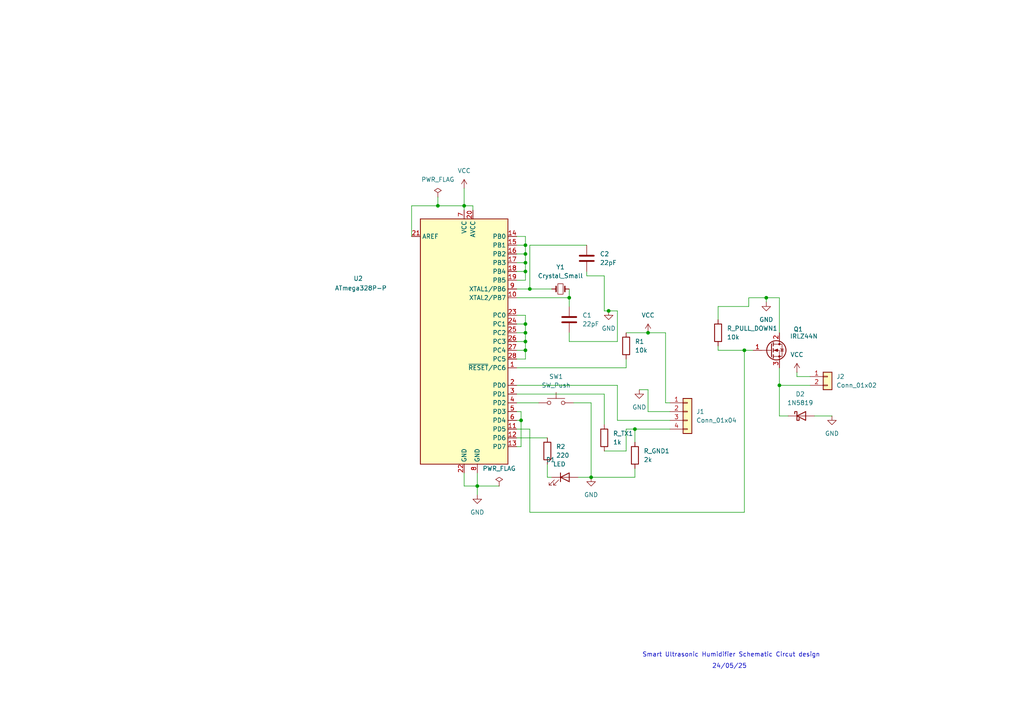
<source format=kicad_sch>
(kicad_sch
	(version 20250114)
	(generator "eeschema")
	(generator_version "9.0")
	(uuid "a6f880c2-7c38-4b2e-a9fb-5f10db06eec6")
	(paper "A4")
	(lib_symbols
		(symbol "ATmega328P-P_1"
			(exclude_from_sim no)
			(in_bom yes)
			(on_board yes)
			(property "Reference" "U2"
				(at -21.59 36.9002 0)
				(effects
					(font
						(size 1.27 1.27)
					)
				)
			)
			(property "Value" "ATmega328P-P"
				(at -21.59 34.3602 0)
				(effects
					(font
						(size 1.27 1.27)
					)
				)
			)
			(property "Footprint" "Package_DIP:DIP-28_W7.62mm"
				(at 0 0 0)
				(effects
					(font
						(size 1.27 1.27)
						(italic yes)
					)
					(hide yes)
				)
			)
			(property "Datasheet" "http://ww1.microchip.com/downloads/en/DeviceDoc/ATmega328_P%20AVR%20MCU%20with%20picoPower%20Technology%20Data%20Sheet%2040001984A.pdf"
				(at 0 0 0)
				(effects
					(font
						(size 1.27 1.27)
					)
					(hide yes)
				)
			)
			(property "Description" "20MHz, 32kB Flash, 2kB SRAM, 1kB EEPROM, DIP-28"
				(at 0 0 0)
				(effects
					(font
						(size 1.27 1.27)
					)
					(hide yes)
				)
			)
			(property "ki_keywords" "AVR 8bit Microcontroller MegaAVR PicoPower"
				(at 0 0 0)
				(effects
					(font
						(size 1.27 1.27)
					)
					(hide yes)
				)
			)
			(property "ki_fp_filters" "DIP*W7.62mm*"
				(at 0 0 0)
				(effects
					(font
						(size 1.27 1.27)
					)
					(hide yes)
				)
			)
			(symbol "ATmega328P-P_1_0_1"
				(rectangle
					(start -12.7 35.56)
					(end 12.7 -35.56)
					(stroke
						(width 0.254)
						(type default)
					)
					(fill
						(type background)
					)
				)
			)
			(symbol "ATmega328P-P_1_1_1"
				(pin passive line
					(at -15.24 30.48 0)
					(length 2.54)
					(name "AREF"
						(effects
							(font
								(size 1.27 1.27)
							)
						)
					)
					(number "21"
						(effects
							(font
								(size 1.27 1.27)
							)
						)
					)
				)
				(pin power_in line
					(at 0 38.1 270)
					(length 2.54)
					(name "VCC"
						(effects
							(font
								(size 1.27 1.27)
							)
						)
					)
					(number "7"
						(effects
							(font
								(size 1.27 1.27)
							)
						)
					)
				)
				(pin passive line
					(at 0 -38.1 90)
					(length 2.54)
					(name "GND"
						(effects
							(font
								(size 1.27 1.27)
							)
						)
					)
					(number "22"
						(effects
							(font
								(size 1.27 1.27)
							)
						)
					)
				)
				(pin power_in line
					(at 2.54 38.1 270)
					(length 2.54)
					(name "AVCC"
						(effects
							(font
								(size 1.27 1.27)
							)
						)
					)
					(number "20"
						(effects
							(font
								(size 1.27 1.27)
							)
						)
					)
				)
				(pin power_in line
					(at 3.81 -38.1 90)
					(length 2.54)
					(name "GND"
						(effects
							(font
								(size 1.27 1.27)
							)
						)
					)
					(number "8"
						(effects
							(font
								(size 1.27 1.27)
							)
						)
					)
				)
				(pin bidirectional line
					(at 15.24 30.48 180)
					(length 2.54)
					(name "PB0"
						(effects
							(font
								(size 1.27 1.27)
							)
						)
					)
					(number "14"
						(effects
							(font
								(size 1.27 1.27)
							)
						)
					)
				)
				(pin bidirectional line
					(at 15.24 27.94 180)
					(length 2.54)
					(name "PB1"
						(effects
							(font
								(size 1.27 1.27)
							)
						)
					)
					(number "15"
						(effects
							(font
								(size 1.27 1.27)
							)
						)
					)
				)
				(pin bidirectional line
					(at 15.24 25.4 180)
					(length 2.54)
					(name "PB2"
						(effects
							(font
								(size 1.27 1.27)
							)
						)
					)
					(number "16"
						(effects
							(font
								(size 1.27 1.27)
							)
						)
					)
				)
				(pin bidirectional line
					(at 15.24 22.86 180)
					(length 2.54)
					(name "PB3"
						(effects
							(font
								(size 1.27 1.27)
							)
						)
					)
					(number "17"
						(effects
							(font
								(size 1.27 1.27)
							)
						)
					)
				)
				(pin bidirectional line
					(at 15.24 20.32 180)
					(length 2.54)
					(name "PB4"
						(effects
							(font
								(size 1.27 1.27)
							)
						)
					)
					(number "18"
						(effects
							(font
								(size 1.27 1.27)
							)
						)
					)
				)
				(pin bidirectional line
					(at 15.24 17.78 180)
					(length 2.54)
					(name "PB5"
						(effects
							(font
								(size 1.27 1.27)
							)
						)
					)
					(number "19"
						(effects
							(font
								(size 1.27 1.27)
							)
						)
					)
				)
				(pin bidirectional line
					(at 15.24 15.24 180)
					(length 2.54)
					(name "XTAL1/PB6"
						(effects
							(font
								(size 1.27 1.27)
							)
						)
					)
					(number "9"
						(effects
							(font
								(size 1.27 1.27)
							)
						)
					)
				)
				(pin bidirectional line
					(at 15.24 12.7 180)
					(length 2.54)
					(name "XTAL2/PB7"
						(effects
							(font
								(size 1.27 1.27)
							)
						)
					)
					(number "10"
						(effects
							(font
								(size 1.27 1.27)
							)
						)
					)
				)
				(pin bidirectional line
					(at 15.24 7.62 180)
					(length 2.54)
					(name "PC0"
						(effects
							(font
								(size 1.27 1.27)
							)
						)
					)
					(number "23"
						(effects
							(font
								(size 1.27 1.27)
							)
						)
					)
				)
				(pin bidirectional line
					(at 15.24 5.08 180)
					(length 2.54)
					(name "PC1"
						(effects
							(font
								(size 1.27 1.27)
							)
						)
					)
					(number "24"
						(effects
							(font
								(size 1.27 1.27)
							)
						)
					)
				)
				(pin bidirectional line
					(at 15.24 2.54 180)
					(length 2.54)
					(name "PC2"
						(effects
							(font
								(size 1.27 1.27)
							)
						)
					)
					(number "25"
						(effects
							(font
								(size 1.27 1.27)
							)
						)
					)
				)
				(pin bidirectional line
					(at 15.24 0 180)
					(length 2.54)
					(name "PC3"
						(effects
							(font
								(size 1.27 1.27)
							)
						)
					)
					(number "26"
						(effects
							(font
								(size 1.27 1.27)
							)
						)
					)
				)
				(pin bidirectional line
					(at 15.24 -2.54 180)
					(length 2.54)
					(name "PC4"
						(effects
							(font
								(size 1.27 1.27)
							)
						)
					)
					(number "27"
						(effects
							(font
								(size 1.27 1.27)
							)
						)
					)
				)
				(pin bidirectional line
					(at 15.24 -5.08 180)
					(length 2.54)
					(name "PC5"
						(effects
							(font
								(size 1.27 1.27)
							)
						)
					)
					(number "28"
						(effects
							(font
								(size 1.27 1.27)
							)
						)
					)
				)
				(pin bidirectional line
					(at 15.24 -7.62 180)
					(length 2.54)
					(name "~{RESET}/PC6"
						(effects
							(font
								(size 1.27 1.27)
							)
						)
					)
					(number "1"
						(effects
							(font
								(size 1.27 1.27)
							)
						)
					)
				)
				(pin bidirectional line
					(at 15.24 -12.7 180)
					(length 2.54)
					(name "PD0"
						(effects
							(font
								(size 1.27 1.27)
							)
						)
					)
					(number "2"
						(effects
							(font
								(size 1.27 1.27)
							)
						)
					)
				)
				(pin bidirectional line
					(at 15.24 -15.24 180)
					(length 2.54)
					(name "PD1"
						(effects
							(font
								(size 1.27 1.27)
							)
						)
					)
					(number "3"
						(effects
							(font
								(size 1.27 1.27)
							)
						)
					)
				)
				(pin bidirectional line
					(at 15.24 -17.78 180)
					(length 2.54)
					(name "PD2"
						(effects
							(font
								(size 1.27 1.27)
							)
						)
					)
					(number "4"
						(effects
							(font
								(size 1.27 1.27)
							)
						)
					)
				)
				(pin bidirectional line
					(at 15.24 -20.32 180)
					(length 2.54)
					(name "PD3"
						(effects
							(font
								(size 1.27 1.27)
							)
						)
					)
					(number "5"
						(effects
							(font
								(size 1.27 1.27)
							)
						)
					)
				)
				(pin bidirectional line
					(at 15.24 -22.86 180)
					(length 2.54)
					(name "PD4"
						(effects
							(font
								(size 1.27 1.27)
							)
						)
					)
					(number "6"
						(effects
							(font
								(size 1.27 1.27)
							)
						)
					)
				)
				(pin bidirectional line
					(at 15.24 -25.4 180)
					(length 2.54)
					(name "PD5"
						(effects
							(font
								(size 1.27 1.27)
							)
						)
					)
					(number "11"
						(effects
							(font
								(size 1.27 1.27)
							)
						)
					)
				)
				(pin bidirectional line
					(at 15.24 -27.94 180)
					(length 2.54)
					(name "PD6"
						(effects
							(font
								(size 1.27 1.27)
							)
						)
					)
					(number "12"
						(effects
							(font
								(size 1.27 1.27)
							)
						)
					)
				)
				(pin bidirectional line
					(at 15.24 -30.48 180)
					(length 2.54)
					(name "PD7"
						(effects
							(font
								(size 1.27 1.27)
							)
						)
					)
					(number "13"
						(effects
							(font
								(size 1.27 1.27)
							)
						)
					)
				)
			)
			(embedded_fonts no)
		)
		(symbol "Connector_Generic:Conn_01x02"
			(pin_names
				(offset 1.016)
				(hide yes)
			)
			(exclude_from_sim no)
			(in_bom yes)
			(on_board yes)
			(property "Reference" "J"
				(at 0 2.54 0)
				(effects
					(font
						(size 1.27 1.27)
					)
				)
			)
			(property "Value" "Conn_01x02"
				(at 0 -5.08 0)
				(effects
					(font
						(size 1.27 1.27)
					)
				)
			)
			(property "Footprint" ""
				(at 0 0 0)
				(effects
					(font
						(size 1.27 1.27)
					)
					(hide yes)
				)
			)
			(property "Datasheet" "~"
				(at 0 0 0)
				(effects
					(font
						(size 1.27 1.27)
					)
					(hide yes)
				)
			)
			(property "Description" "Generic connector, single row, 01x02, script generated (kicad-library-utils/schlib/autogen/connector/)"
				(at 0 0 0)
				(effects
					(font
						(size 1.27 1.27)
					)
					(hide yes)
				)
			)
			(property "ki_keywords" "connector"
				(at 0 0 0)
				(effects
					(font
						(size 1.27 1.27)
					)
					(hide yes)
				)
			)
			(property "ki_fp_filters" "Connector*:*_1x??_*"
				(at 0 0 0)
				(effects
					(font
						(size 1.27 1.27)
					)
					(hide yes)
				)
			)
			(symbol "Conn_01x02_1_1"
				(rectangle
					(start -1.27 1.27)
					(end 1.27 -3.81)
					(stroke
						(width 0.254)
						(type default)
					)
					(fill
						(type background)
					)
				)
				(rectangle
					(start -1.27 0.127)
					(end 0 -0.127)
					(stroke
						(width 0.1524)
						(type default)
					)
					(fill
						(type none)
					)
				)
				(rectangle
					(start -1.27 -2.413)
					(end 0 -2.667)
					(stroke
						(width 0.1524)
						(type default)
					)
					(fill
						(type none)
					)
				)
				(pin passive line
					(at -5.08 0 0)
					(length 3.81)
					(name "Pin_1"
						(effects
							(font
								(size 1.27 1.27)
							)
						)
					)
					(number "1"
						(effects
							(font
								(size 1.27 1.27)
							)
						)
					)
				)
				(pin passive line
					(at -5.08 -2.54 0)
					(length 3.81)
					(name "Pin_2"
						(effects
							(font
								(size 1.27 1.27)
							)
						)
					)
					(number "2"
						(effects
							(font
								(size 1.27 1.27)
							)
						)
					)
				)
			)
			(embedded_fonts no)
		)
		(symbol "Connector_Generic:Conn_01x04"
			(pin_names
				(offset 1.016)
				(hide yes)
			)
			(exclude_from_sim no)
			(in_bom yes)
			(on_board yes)
			(property "Reference" "J"
				(at 0 5.08 0)
				(effects
					(font
						(size 1.27 1.27)
					)
				)
			)
			(property "Value" "Conn_01x04"
				(at 0 -7.62 0)
				(effects
					(font
						(size 1.27 1.27)
					)
				)
			)
			(property "Footprint" ""
				(at 0 0 0)
				(effects
					(font
						(size 1.27 1.27)
					)
					(hide yes)
				)
			)
			(property "Datasheet" "~"
				(at 0 0 0)
				(effects
					(font
						(size 1.27 1.27)
					)
					(hide yes)
				)
			)
			(property "Description" "Generic connector, single row, 01x04, script generated (kicad-library-utils/schlib/autogen/connector/)"
				(at 0 0 0)
				(effects
					(font
						(size 1.27 1.27)
					)
					(hide yes)
				)
			)
			(property "ki_keywords" "connector"
				(at 0 0 0)
				(effects
					(font
						(size 1.27 1.27)
					)
					(hide yes)
				)
			)
			(property "ki_fp_filters" "Connector*:*_1x??_*"
				(at 0 0 0)
				(effects
					(font
						(size 1.27 1.27)
					)
					(hide yes)
				)
			)
			(symbol "Conn_01x04_1_1"
				(rectangle
					(start -1.27 3.81)
					(end 1.27 -6.35)
					(stroke
						(width 0.254)
						(type default)
					)
					(fill
						(type background)
					)
				)
				(rectangle
					(start -1.27 2.667)
					(end 0 2.413)
					(stroke
						(width 0.1524)
						(type default)
					)
					(fill
						(type none)
					)
				)
				(rectangle
					(start -1.27 0.127)
					(end 0 -0.127)
					(stroke
						(width 0.1524)
						(type default)
					)
					(fill
						(type none)
					)
				)
				(rectangle
					(start -1.27 -2.413)
					(end 0 -2.667)
					(stroke
						(width 0.1524)
						(type default)
					)
					(fill
						(type none)
					)
				)
				(rectangle
					(start -1.27 -4.953)
					(end 0 -5.207)
					(stroke
						(width 0.1524)
						(type default)
					)
					(fill
						(type none)
					)
				)
				(pin passive line
					(at -5.08 2.54 0)
					(length 3.81)
					(name "Pin_1"
						(effects
							(font
								(size 1.27 1.27)
							)
						)
					)
					(number "1"
						(effects
							(font
								(size 1.27 1.27)
							)
						)
					)
				)
				(pin passive line
					(at -5.08 0 0)
					(length 3.81)
					(name "Pin_2"
						(effects
							(font
								(size 1.27 1.27)
							)
						)
					)
					(number "2"
						(effects
							(font
								(size 1.27 1.27)
							)
						)
					)
				)
				(pin passive line
					(at -5.08 -2.54 0)
					(length 3.81)
					(name "Pin_3"
						(effects
							(font
								(size 1.27 1.27)
							)
						)
					)
					(number "3"
						(effects
							(font
								(size 1.27 1.27)
							)
						)
					)
				)
				(pin passive line
					(at -5.08 -5.08 0)
					(length 3.81)
					(name "Pin_4"
						(effects
							(font
								(size 1.27 1.27)
							)
						)
					)
					(number "4"
						(effects
							(font
								(size 1.27 1.27)
							)
						)
					)
				)
			)
			(embedded_fonts no)
		)
		(symbol "Device:C"
			(pin_numbers
				(hide yes)
			)
			(pin_names
				(offset 0.254)
			)
			(exclude_from_sim no)
			(in_bom yes)
			(on_board yes)
			(property "Reference" "C"
				(at 0.635 2.54 0)
				(effects
					(font
						(size 1.27 1.27)
					)
					(justify left)
				)
			)
			(property "Value" "C"
				(at 0.635 -2.54 0)
				(effects
					(font
						(size 1.27 1.27)
					)
					(justify left)
				)
			)
			(property "Footprint" ""
				(at 0.9652 -3.81 0)
				(effects
					(font
						(size 1.27 1.27)
					)
					(hide yes)
				)
			)
			(property "Datasheet" "~"
				(at 0 0 0)
				(effects
					(font
						(size 1.27 1.27)
					)
					(hide yes)
				)
			)
			(property "Description" "Unpolarized capacitor"
				(at 0 0 0)
				(effects
					(font
						(size 1.27 1.27)
					)
					(hide yes)
				)
			)
			(property "ki_keywords" "cap capacitor"
				(at 0 0 0)
				(effects
					(font
						(size 1.27 1.27)
					)
					(hide yes)
				)
			)
			(property "ki_fp_filters" "C_*"
				(at 0 0 0)
				(effects
					(font
						(size 1.27 1.27)
					)
					(hide yes)
				)
			)
			(symbol "C_0_1"
				(polyline
					(pts
						(xy -2.032 0.762) (xy 2.032 0.762)
					)
					(stroke
						(width 0.508)
						(type default)
					)
					(fill
						(type none)
					)
				)
				(polyline
					(pts
						(xy -2.032 -0.762) (xy 2.032 -0.762)
					)
					(stroke
						(width 0.508)
						(type default)
					)
					(fill
						(type none)
					)
				)
			)
			(symbol "C_1_1"
				(pin passive line
					(at 0 3.81 270)
					(length 2.794)
					(name "~"
						(effects
							(font
								(size 1.27 1.27)
							)
						)
					)
					(number "1"
						(effects
							(font
								(size 1.27 1.27)
							)
						)
					)
				)
				(pin passive line
					(at 0 -3.81 90)
					(length 2.794)
					(name "~"
						(effects
							(font
								(size 1.27 1.27)
							)
						)
					)
					(number "2"
						(effects
							(font
								(size 1.27 1.27)
							)
						)
					)
				)
			)
			(embedded_fonts no)
		)
		(symbol "Device:Crystal_Small"
			(pin_numbers
				(hide yes)
			)
			(pin_names
				(offset 1.016)
				(hide yes)
			)
			(exclude_from_sim no)
			(in_bom yes)
			(on_board yes)
			(property "Reference" "Y"
				(at 0 2.54 0)
				(effects
					(font
						(size 1.27 1.27)
					)
				)
			)
			(property "Value" "Crystal_Small"
				(at 0 -2.54 0)
				(effects
					(font
						(size 1.27 1.27)
					)
				)
			)
			(property "Footprint" ""
				(at 0 0 0)
				(effects
					(font
						(size 1.27 1.27)
					)
					(hide yes)
				)
			)
			(property "Datasheet" "~"
				(at 0 0 0)
				(effects
					(font
						(size 1.27 1.27)
					)
					(hide yes)
				)
			)
			(property "Description" "Two pin crystal, small symbol"
				(at 0 0 0)
				(effects
					(font
						(size 1.27 1.27)
					)
					(hide yes)
				)
			)
			(property "ki_keywords" "quartz ceramic resonator oscillator"
				(at 0 0 0)
				(effects
					(font
						(size 1.27 1.27)
					)
					(hide yes)
				)
			)
			(property "ki_fp_filters" "Crystal*"
				(at 0 0 0)
				(effects
					(font
						(size 1.27 1.27)
					)
					(hide yes)
				)
			)
			(symbol "Crystal_Small_0_1"
				(polyline
					(pts
						(xy -1.27 -0.762) (xy -1.27 0.762)
					)
					(stroke
						(width 0.381)
						(type default)
					)
					(fill
						(type none)
					)
				)
				(rectangle
					(start -0.762 -1.524)
					(end 0.762 1.524)
					(stroke
						(width 0)
						(type default)
					)
					(fill
						(type none)
					)
				)
				(polyline
					(pts
						(xy 1.27 -0.762) (xy 1.27 0.762)
					)
					(stroke
						(width 0.381)
						(type default)
					)
					(fill
						(type none)
					)
				)
			)
			(symbol "Crystal_Small_1_1"
				(pin passive line
					(at -2.54 0 0)
					(length 1.27)
					(name "1"
						(effects
							(font
								(size 1.27 1.27)
							)
						)
					)
					(number "1"
						(effects
							(font
								(size 1.27 1.27)
							)
						)
					)
				)
				(pin passive line
					(at 2.54 0 180)
					(length 1.27)
					(name "2"
						(effects
							(font
								(size 1.27 1.27)
							)
						)
					)
					(number "2"
						(effects
							(font
								(size 1.27 1.27)
							)
						)
					)
				)
			)
			(embedded_fonts no)
		)
		(symbol "Device:LED"
			(pin_numbers
				(hide yes)
			)
			(pin_names
				(offset 1.016)
				(hide yes)
			)
			(exclude_from_sim no)
			(in_bom yes)
			(on_board yes)
			(property "Reference" "D"
				(at 0 2.54 0)
				(effects
					(font
						(size 1.27 1.27)
					)
				)
			)
			(property "Value" "LED"
				(at 0 -2.54 0)
				(effects
					(font
						(size 1.27 1.27)
					)
				)
			)
			(property "Footprint" ""
				(at 0 0 0)
				(effects
					(font
						(size 1.27 1.27)
					)
					(hide yes)
				)
			)
			(property "Datasheet" "~"
				(at 0 0 0)
				(effects
					(font
						(size 1.27 1.27)
					)
					(hide yes)
				)
			)
			(property "Description" "Light emitting diode"
				(at 0 0 0)
				(effects
					(font
						(size 1.27 1.27)
					)
					(hide yes)
				)
			)
			(property "Sim.Pins" "1=K 2=A"
				(at 0 0 0)
				(effects
					(font
						(size 1.27 1.27)
					)
					(hide yes)
				)
			)
			(property "ki_keywords" "LED diode"
				(at 0 0 0)
				(effects
					(font
						(size 1.27 1.27)
					)
					(hide yes)
				)
			)
			(property "ki_fp_filters" "LED* LED_SMD:* LED_THT:*"
				(at 0 0 0)
				(effects
					(font
						(size 1.27 1.27)
					)
					(hide yes)
				)
			)
			(symbol "LED_0_1"
				(polyline
					(pts
						(xy -3.048 -0.762) (xy -4.572 -2.286) (xy -3.81 -2.286) (xy -4.572 -2.286) (xy -4.572 -1.524)
					)
					(stroke
						(width 0)
						(type default)
					)
					(fill
						(type none)
					)
				)
				(polyline
					(pts
						(xy -1.778 -0.762) (xy -3.302 -2.286) (xy -2.54 -2.286) (xy -3.302 -2.286) (xy -3.302 -1.524)
					)
					(stroke
						(width 0)
						(type default)
					)
					(fill
						(type none)
					)
				)
				(polyline
					(pts
						(xy -1.27 0) (xy 1.27 0)
					)
					(stroke
						(width 0)
						(type default)
					)
					(fill
						(type none)
					)
				)
				(polyline
					(pts
						(xy -1.27 -1.27) (xy -1.27 1.27)
					)
					(stroke
						(width 0.254)
						(type default)
					)
					(fill
						(type none)
					)
				)
				(polyline
					(pts
						(xy 1.27 -1.27) (xy 1.27 1.27) (xy -1.27 0) (xy 1.27 -1.27)
					)
					(stroke
						(width 0.254)
						(type default)
					)
					(fill
						(type none)
					)
				)
			)
			(symbol "LED_1_1"
				(pin passive line
					(at -3.81 0 0)
					(length 2.54)
					(name "K"
						(effects
							(font
								(size 1.27 1.27)
							)
						)
					)
					(number "1"
						(effects
							(font
								(size 1.27 1.27)
							)
						)
					)
				)
				(pin passive line
					(at 3.81 0 180)
					(length 2.54)
					(name "A"
						(effects
							(font
								(size 1.27 1.27)
							)
						)
					)
					(number "2"
						(effects
							(font
								(size 1.27 1.27)
							)
						)
					)
				)
			)
			(embedded_fonts no)
		)
		(symbol "Device:R"
			(pin_numbers
				(hide yes)
			)
			(pin_names
				(offset 0)
			)
			(exclude_from_sim no)
			(in_bom yes)
			(on_board yes)
			(property "Reference" "R"
				(at 2.032 0 90)
				(effects
					(font
						(size 1.27 1.27)
					)
				)
			)
			(property "Value" "R"
				(at 0 0 90)
				(effects
					(font
						(size 1.27 1.27)
					)
				)
			)
			(property "Footprint" ""
				(at -1.778 0 90)
				(effects
					(font
						(size 1.27 1.27)
					)
					(hide yes)
				)
			)
			(property "Datasheet" "~"
				(at 0 0 0)
				(effects
					(font
						(size 1.27 1.27)
					)
					(hide yes)
				)
			)
			(property "Description" "Resistor"
				(at 0 0 0)
				(effects
					(font
						(size 1.27 1.27)
					)
					(hide yes)
				)
			)
			(property "ki_keywords" "R res resistor"
				(at 0 0 0)
				(effects
					(font
						(size 1.27 1.27)
					)
					(hide yes)
				)
			)
			(property "ki_fp_filters" "R_*"
				(at 0 0 0)
				(effects
					(font
						(size 1.27 1.27)
					)
					(hide yes)
				)
			)
			(symbol "R_0_1"
				(rectangle
					(start -1.016 -2.54)
					(end 1.016 2.54)
					(stroke
						(width 0.254)
						(type default)
					)
					(fill
						(type none)
					)
				)
			)
			(symbol "R_1_1"
				(pin passive line
					(at 0 3.81 270)
					(length 1.27)
					(name "~"
						(effects
							(font
								(size 1.27 1.27)
							)
						)
					)
					(number "1"
						(effects
							(font
								(size 1.27 1.27)
							)
						)
					)
				)
				(pin passive line
					(at 0 -3.81 90)
					(length 1.27)
					(name "~"
						(effects
							(font
								(size 1.27 1.27)
							)
						)
					)
					(number "2"
						(effects
							(font
								(size 1.27 1.27)
							)
						)
					)
				)
			)
			(embedded_fonts no)
		)
		(symbol "Diode:1N5819"
			(pin_numbers
				(hide yes)
			)
			(pin_names
				(offset 1.016)
				(hide yes)
			)
			(exclude_from_sim no)
			(in_bom yes)
			(on_board yes)
			(property "Reference" "D"
				(at 0 2.54 0)
				(effects
					(font
						(size 1.27 1.27)
					)
				)
			)
			(property "Value" "1N5819"
				(at 0 -2.54 0)
				(effects
					(font
						(size 1.27 1.27)
					)
				)
			)
			(property "Footprint" "Diode_THT:D_DO-41_SOD81_P10.16mm_Horizontal"
				(at 0 -4.445 0)
				(effects
					(font
						(size 1.27 1.27)
					)
					(hide yes)
				)
			)
			(property "Datasheet" "http://www.vishay.com/docs/88525/1n5817.pdf"
				(at 0 0 0)
				(effects
					(font
						(size 1.27 1.27)
					)
					(hide yes)
				)
			)
			(property "Description" "40V 1A Schottky Barrier Rectifier Diode, DO-41"
				(at 0 0 0)
				(effects
					(font
						(size 1.27 1.27)
					)
					(hide yes)
				)
			)
			(property "ki_keywords" "diode Schottky"
				(at 0 0 0)
				(effects
					(font
						(size 1.27 1.27)
					)
					(hide yes)
				)
			)
			(property "ki_fp_filters" "D*DO?41*"
				(at 0 0 0)
				(effects
					(font
						(size 1.27 1.27)
					)
					(hide yes)
				)
			)
			(symbol "1N5819_0_1"
				(polyline
					(pts
						(xy -1.905 0.635) (xy -1.905 1.27) (xy -1.27 1.27) (xy -1.27 -1.27) (xy -0.635 -1.27) (xy -0.635 -0.635)
					)
					(stroke
						(width 0.254)
						(type default)
					)
					(fill
						(type none)
					)
				)
				(polyline
					(pts
						(xy 1.27 1.27) (xy 1.27 -1.27) (xy -1.27 0) (xy 1.27 1.27)
					)
					(stroke
						(width 0.254)
						(type default)
					)
					(fill
						(type none)
					)
				)
				(polyline
					(pts
						(xy 1.27 0) (xy -1.27 0)
					)
					(stroke
						(width 0)
						(type default)
					)
					(fill
						(type none)
					)
				)
			)
			(symbol "1N5819_1_1"
				(pin passive line
					(at -3.81 0 0)
					(length 2.54)
					(name "K"
						(effects
							(font
								(size 1.27 1.27)
							)
						)
					)
					(number "1"
						(effects
							(font
								(size 1.27 1.27)
							)
						)
					)
				)
				(pin passive line
					(at 3.81 0 180)
					(length 2.54)
					(name "A"
						(effects
							(font
								(size 1.27 1.27)
							)
						)
					)
					(number "2"
						(effects
							(font
								(size 1.27 1.27)
							)
						)
					)
				)
			)
			(embedded_fonts no)
		)
		(symbol "Switch:SW_Push"
			(pin_numbers
				(hide yes)
			)
			(pin_names
				(offset 1.016)
				(hide yes)
			)
			(exclude_from_sim no)
			(in_bom yes)
			(on_board yes)
			(property "Reference" "SW"
				(at 1.27 2.54 0)
				(effects
					(font
						(size 1.27 1.27)
					)
					(justify left)
				)
			)
			(property "Value" "SW_Push"
				(at 0 -1.524 0)
				(effects
					(font
						(size 1.27 1.27)
					)
				)
			)
			(property "Footprint" ""
				(at 0 5.08 0)
				(effects
					(font
						(size 1.27 1.27)
					)
					(hide yes)
				)
			)
			(property "Datasheet" "~"
				(at 0 5.08 0)
				(effects
					(font
						(size 1.27 1.27)
					)
					(hide yes)
				)
			)
			(property "Description" "Push button switch, generic, two pins"
				(at 0 0 0)
				(effects
					(font
						(size 1.27 1.27)
					)
					(hide yes)
				)
			)
			(property "ki_keywords" "switch normally-open pushbutton push-button"
				(at 0 0 0)
				(effects
					(font
						(size 1.27 1.27)
					)
					(hide yes)
				)
			)
			(symbol "SW_Push_0_1"
				(circle
					(center -2.032 0)
					(radius 0.508)
					(stroke
						(width 0)
						(type default)
					)
					(fill
						(type none)
					)
				)
				(polyline
					(pts
						(xy 0 1.27) (xy 0 3.048)
					)
					(stroke
						(width 0)
						(type default)
					)
					(fill
						(type none)
					)
				)
				(circle
					(center 2.032 0)
					(radius 0.508)
					(stroke
						(width 0)
						(type default)
					)
					(fill
						(type none)
					)
				)
				(polyline
					(pts
						(xy 2.54 1.27) (xy -2.54 1.27)
					)
					(stroke
						(width 0)
						(type default)
					)
					(fill
						(type none)
					)
				)
				(pin passive line
					(at -5.08 0 0)
					(length 2.54)
					(name "1"
						(effects
							(font
								(size 1.27 1.27)
							)
						)
					)
					(number "1"
						(effects
							(font
								(size 1.27 1.27)
							)
						)
					)
				)
				(pin passive line
					(at 5.08 0 180)
					(length 2.54)
					(name "2"
						(effects
							(font
								(size 1.27 1.27)
							)
						)
					)
					(number "2"
						(effects
							(font
								(size 1.27 1.27)
							)
						)
					)
				)
			)
			(embedded_fonts no)
		)
		(symbol "Transistor_FET:IRLZ44N"
			(pin_names
				(hide yes)
			)
			(exclude_from_sim no)
			(in_bom yes)
			(on_board yes)
			(property "Reference" "Q"
				(at 5.08 1.905 0)
				(effects
					(font
						(size 1.27 1.27)
					)
					(justify left)
				)
			)
			(property "Value" "IRLZ44N"
				(at 5.08 0 0)
				(effects
					(font
						(size 1.27 1.27)
					)
					(justify left)
				)
			)
			(property "Footprint" "Package_TO_SOT_THT:TO-220-3_Vertical"
				(at 5.08 -1.905 0)
				(effects
					(font
						(size 1.27 1.27)
						(italic yes)
					)
					(justify left)
					(hide yes)
				)
			)
			(property "Datasheet" "http://www.irf.com/product-info/datasheets/data/irlz44n.pdf"
				(at 5.08 -3.81 0)
				(effects
					(font
						(size 1.27 1.27)
					)
					(justify left)
					(hide yes)
				)
			)
			(property "Description" "47A Id, 55V Vds, 22mOhm Rds Single N-Channel HEXFET Power MOSFET, TO-220AB"
				(at 0 0 0)
				(effects
					(font
						(size 1.27 1.27)
					)
					(hide yes)
				)
			)
			(property "ki_keywords" "N-Channel HEXFET MOSFET Logic-Level"
				(at 0 0 0)
				(effects
					(font
						(size 1.27 1.27)
					)
					(hide yes)
				)
			)
			(property "ki_fp_filters" "TO?220*"
				(at 0 0 0)
				(effects
					(font
						(size 1.27 1.27)
					)
					(hide yes)
				)
			)
			(symbol "IRLZ44N_0_1"
				(polyline
					(pts
						(xy 0.254 1.905) (xy 0.254 -1.905)
					)
					(stroke
						(width 0.254)
						(type default)
					)
					(fill
						(type none)
					)
				)
				(polyline
					(pts
						(xy 0.254 0) (xy -2.54 0)
					)
					(stroke
						(width 0)
						(type default)
					)
					(fill
						(type none)
					)
				)
				(polyline
					(pts
						(xy 0.762 2.286) (xy 0.762 1.27)
					)
					(stroke
						(width 0.254)
						(type default)
					)
					(fill
						(type none)
					)
				)
				(polyline
					(pts
						(xy 0.762 0.508) (xy 0.762 -0.508)
					)
					(stroke
						(width 0.254)
						(type default)
					)
					(fill
						(type none)
					)
				)
				(polyline
					(pts
						(xy 0.762 -1.27) (xy 0.762 -2.286)
					)
					(stroke
						(width 0.254)
						(type default)
					)
					(fill
						(type none)
					)
				)
				(polyline
					(pts
						(xy 0.762 -1.778) (xy 3.302 -1.778) (xy 3.302 1.778) (xy 0.762 1.778)
					)
					(stroke
						(width 0)
						(type default)
					)
					(fill
						(type none)
					)
				)
				(polyline
					(pts
						(xy 1.016 0) (xy 2.032 0.381) (xy 2.032 -0.381) (xy 1.016 0)
					)
					(stroke
						(width 0)
						(type default)
					)
					(fill
						(type outline)
					)
				)
				(circle
					(center 1.651 0)
					(radius 2.794)
					(stroke
						(width 0.254)
						(type default)
					)
					(fill
						(type none)
					)
				)
				(polyline
					(pts
						(xy 2.54 2.54) (xy 2.54 1.778)
					)
					(stroke
						(width 0)
						(type default)
					)
					(fill
						(type none)
					)
				)
				(circle
					(center 2.54 1.778)
					(radius 0.254)
					(stroke
						(width 0)
						(type default)
					)
					(fill
						(type outline)
					)
				)
				(circle
					(center 2.54 -1.778)
					(radius 0.254)
					(stroke
						(width 0)
						(type default)
					)
					(fill
						(type outline)
					)
				)
				(polyline
					(pts
						(xy 2.54 -2.54) (xy 2.54 0) (xy 0.762 0)
					)
					(stroke
						(width 0)
						(type default)
					)
					(fill
						(type none)
					)
				)
				(polyline
					(pts
						(xy 2.794 0.508) (xy 2.921 0.381) (xy 3.683 0.381) (xy 3.81 0.254)
					)
					(stroke
						(width 0)
						(type default)
					)
					(fill
						(type none)
					)
				)
				(polyline
					(pts
						(xy 3.302 0.381) (xy 2.921 -0.254) (xy 3.683 -0.254) (xy 3.302 0.381)
					)
					(stroke
						(width 0)
						(type default)
					)
					(fill
						(type none)
					)
				)
			)
			(symbol "IRLZ44N_1_1"
				(pin input line
					(at -5.08 0 0)
					(length 2.54)
					(name "G"
						(effects
							(font
								(size 1.27 1.27)
							)
						)
					)
					(number "1"
						(effects
							(font
								(size 1.27 1.27)
							)
						)
					)
				)
				(pin passive line
					(at 2.54 5.08 270)
					(length 2.54)
					(name "D"
						(effects
							(font
								(size 1.27 1.27)
							)
						)
					)
					(number "2"
						(effects
							(font
								(size 1.27 1.27)
							)
						)
					)
				)
				(pin passive line
					(at 2.54 -5.08 90)
					(length 2.54)
					(name "S"
						(effects
							(font
								(size 1.27 1.27)
							)
						)
					)
					(number "3"
						(effects
							(font
								(size 1.27 1.27)
							)
						)
					)
				)
			)
			(embedded_fonts no)
		)
		(symbol "power:GND"
			(power)
			(pin_numbers
				(hide yes)
			)
			(pin_names
				(offset 0)
				(hide yes)
			)
			(exclude_from_sim no)
			(in_bom yes)
			(on_board yes)
			(property "Reference" "#PWR"
				(at 0 -6.35 0)
				(effects
					(font
						(size 1.27 1.27)
					)
					(hide yes)
				)
			)
			(property "Value" "GND"
				(at 0 -3.81 0)
				(effects
					(font
						(size 1.27 1.27)
					)
				)
			)
			(property "Footprint" ""
				(at 0 0 0)
				(effects
					(font
						(size 1.27 1.27)
					)
					(hide yes)
				)
			)
			(property "Datasheet" ""
				(at 0 0 0)
				(effects
					(font
						(size 1.27 1.27)
					)
					(hide yes)
				)
			)
			(property "Description" "Power symbol creates a global label with name \"GND\" , ground"
				(at 0 0 0)
				(effects
					(font
						(size 1.27 1.27)
					)
					(hide yes)
				)
			)
			(property "ki_keywords" "global power"
				(at 0 0 0)
				(effects
					(font
						(size 1.27 1.27)
					)
					(hide yes)
				)
			)
			(symbol "GND_0_1"
				(polyline
					(pts
						(xy 0 0) (xy 0 -1.27) (xy 1.27 -1.27) (xy 0 -2.54) (xy -1.27 -1.27) (xy 0 -1.27)
					)
					(stroke
						(width 0)
						(type default)
					)
					(fill
						(type none)
					)
				)
			)
			(symbol "GND_1_1"
				(pin power_in line
					(at 0 0 270)
					(length 0)
					(name "~"
						(effects
							(font
								(size 1.27 1.27)
							)
						)
					)
					(number "1"
						(effects
							(font
								(size 1.27 1.27)
							)
						)
					)
				)
			)
			(embedded_fonts no)
		)
		(symbol "power:PWR_FLAG"
			(power)
			(pin_numbers
				(hide yes)
			)
			(pin_names
				(offset 0)
				(hide yes)
			)
			(exclude_from_sim no)
			(in_bom yes)
			(on_board yes)
			(property "Reference" "#FLG"
				(at 0 1.905 0)
				(effects
					(font
						(size 1.27 1.27)
					)
					(hide yes)
				)
			)
			(property "Value" "PWR_FLAG"
				(at 0 3.81 0)
				(effects
					(font
						(size 1.27 1.27)
					)
				)
			)
			(property "Footprint" ""
				(at 0 0 0)
				(effects
					(font
						(size 1.27 1.27)
					)
					(hide yes)
				)
			)
			(property "Datasheet" "~"
				(at 0 0 0)
				(effects
					(font
						(size 1.27 1.27)
					)
					(hide yes)
				)
			)
			(property "Description" "Special symbol for telling ERC where power comes from"
				(at 0 0 0)
				(effects
					(font
						(size 1.27 1.27)
					)
					(hide yes)
				)
			)
			(property "ki_keywords" "flag power"
				(at 0 0 0)
				(effects
					(font
						(size 1.27 1.27)
					)
					(hide yes)
				)
			)
			(symbol "PWR_FLAG_0_0"
				(pin power_out line
					(at 0 0 90)
					(length 0)
					(name "~"
						(effects
							(font
								(size 1.27 1.27)
							)
						)
					)
					(number "1"
						(effects
							(font
								(size 1.27 1.27)
							)
						)
					)
				)
			)
			(symbol "PWR_FLAG_0_1"
				(polyline
					(pts
						(xy 0 0) (xy 0 1.27) (xy -1.016 1.905) (xy 0 2.54) (xy 1.016 1.905) (xy 0 1.27)
					)
					(stroke
						(width 0)
						(type default)
					)
					(fill
						(type none)
					)
				)
			)
			(embedded_fonts no)
		)
		(symbol "power:VCC"
			(power)
			(pin_numbers
				(hide yes)
			)
			(pin_names
				(offset 0)
				(hide yes)
			)
			(exclude_from_sim no)
			(in_bom yes)
			(on_board yes)
			(property "Reference" "#PWR"
				(at 0 -3.81 0)
				(effects
					(font
						(size 1.27 1.27)
					)
					(hide yes)
				)
			)
			(property "Value" "VCC"
				(at 0 3.556 0)
				(effects
					(font
						(size 1.27 1.27)
					)
				)
			)
			(property "Footprint" ""
				(at 0 0 0)
				(effects
					(font
						(size 1.27 1.27)
					)
					(hide yes)
				)
			)
			(property "Datasheet" ""
				(at 0 0 0)
				(effects
					(font
						(size 1.27 1.27)
					)
					(hide yes)
				)
			)
			(property "Description" "Power symbol creates a global label with name \"VCC\""
				(at 0 0 0)
				(effects
					(font
						(size 1.27 1.27)
					)
					(hide yes)
				)
			)
			(property "ki_keywords" "global power"
				(at 0 0 0)
				(effects
					(font
						(size 1.27 1.27)
					)
					(hide yes)
				)
			)
			(symbol "VCC_0_1"
				(polyline
					(pts
						(xy -0.762 1.27) (xy 0 2.54)
					)
					(stroke
						(width 0)
						(type default)
					)
					(fill
						(type none)
					)
				)
				(polyline
					(pts
						(xy 0 2.54) (xy 0.762 1.27)
					)
					(stroke
						(width 0)
						(type default)
					)
					(fill
						(type none)
					)
				)
				(polyline
					(pts
						(xy 0 0) (xy 0 2.54)
					)
					(stroke
						(width 0)
						(type default)
					)
					(fill
						(type none)
					)
				)
			)
			(symbol "VCC_1_1"
				(pin power_in line
					(at 0 0 90)
					(length 0)
					(name "~"
						(effects
							(font
								(size 1.27 1.27)
							)
						)
					)
					(number "1"
						(effects
							(font
								(size 1.27 1.27)
							)
						)
					)
				)
			)
			(embedded_fonts no)
		)
	)
	(text "Smart Ultrasonic Humidifier Schematic Circut design"
		(exclude_from_sim no)
		(at 212.09 189.992 0)
		(effects
			(font
				(size 1.27 1.27)
			)
		)
		(uuid "18cc2b85-6c4f-4da9-9a2e-bec0694cc729")
	)
	(text "24/05/25\n"
		(exclude_from_sim no)
		(at 211.582 193.294 0)
		(effects
			(font
				(size 1.27 1.27)
			)
		)
		(uuid "7f0a25e4-9fbe-48ec-9ec5-9b166c54761a")
	)
	(junction
		(at 226.06 111.76)
		(diameter 0)
		(color 0 0 0 0)
		(uuid "1466f284-1428-45d5-a58d-c025fe96e9e9")
	)
	(junction
		(at 176.53 90.17)
		(diameter 0)
		(color 0 0 0 0)
		(uuid "1ed2d3cd-57c1-4a55-86b0-b4a562ec4944")
	)
	(junction
		(at 152.4 96.52)
		(diameter 0)
		(color 0 0 0 0)
		(uuid "24172734-478d-478a-9648-917d93c4796e")
	)
	(junction
		(at 152.4 99.06)
		(diameter 0)
		(color 0 0 0 0)
		(uuid "25786d34-014a-41c4-a084-723c6235df7b")
	)
	(junction
		(at 165.1 86.36)
		(diameter 0)
		(color 0 0 0 0)
		(uuid "4086852c-1cb9-4f97-afb0-cb873ab4471d")
	)
	(junction
		(at 134.62 59.69)
		(diameter 0)
		(color 0 0 0 0)
		(uuid "46209c6b-ac21-4597-acc4-d52fa39c433f")
	)
	(junction
		(at 171.45 138.43)
		(diameter 0)
		(color 0 0 0 0)
		(uuid "4dd83192-af16-4175-addb-1ecae12e3138")
	)
	(junction
		(at 152.4 101.6)
		(diameter 0)
		(color 0 0 0 0)
		(uuid "50bdb880-9bee-469a-b5e6-5c21e6dd5c49")
	)
	(junction
		(at 138.43 140.97)
		(diameter 0)
		(color 0 0 0 0)
		(uuid "5be7c2f9-d3cd-4e80-8ae4-d0ff20d42106")
	)
	(junction
		(at 127 59.69)
		(diameter 0)
		(color 0 0 0 0)
		(uuid "68c2a8c0-6250-49f6-9d03-16b9df071705")
	)
	(junction
		(at 215.9 101.6)
		(diameter 0)
		(color 0 0 0 0)
		(uuid "7273b564-0bb3-441a-93d7-877d0c2677c6")
	)
	(junction
		(at 184.15 124.46)
		(diameter 0)
		(color 0 0 0 0)
		(uuid "7a3849e7-8004-4e81-86a2-0386470b7561")
	)
	(junction
		(at 152.4 93.98)
		(diameter 0)
		(color 0 0 0 0)
		(uuid "7d18c055-f185-4bba-a6db-833337355aad")
	)
	(junction
		(at 152.4 78.74)
		(diameter 0)
		(color 0 0 0 0)
		(uuid "838bdad8-4209-4b4b-b525-331555db1f68")
	)
	(junction
		(at 222.25 86.36)
		(diameter 0)
		(color 0 0 0 0)
		(uuid "894a5ece-1bd1-4e35-94e0-066c11a7db35")
	)
	(junction
		(at 151.13 121.92)
		(diameter 0)
		(color 0 0 0 0)
		(uuid "a7cfe42c-af8a-4e67-b458-ddeddac2864d")
	)
	(junction
		(at 152.4 73.66)
		(diameter 0)
		(color 0 0 0 0)
		(uuid "c75c2bff-d6bf-4c3a-8768-74303eca2fa0")
	)
	(junction
		(at 153.67 83.82)
		(diameter 0)
		(color 0 0 0 0)
		(uuid "efce0995-e850-434a-be46-bbb7d96ed1b6")
	)
	(junction
		(at 152.4 71.12)
		(diameter 0)
		(color 0 0 0 0)
		(uuid "eff9e611-983e-475c-93a4-49a1048d34db")
	)
	(junction
		(at 152.4 76.2)
		(diameter 0)
		(color 0 0 0 0)
		(uuid "f637db2a-6769-41fc-9796-976f990271be")
	)
	(junction
		(at 187.96 96.52)
		(diameter 0)
		(color 0 0 0 0)
		(uuid "f6996128-50e3-4cab-b4ce-a48f3b9d9923")
	)
	(wire
		(pts
			(xy 228.6 120.65) (xy 226.06 120.65)
		)
		(stroke
			(width 0)
			(type default)
		)
		(uuid "06511639-0e04-409e-8a08-421e66b20e80")
	)
	(wire
		(pts
			(xy 153.67 124.46) (xy 153.67 148.59)
		)
		(stroke
			(width 0)
			(type default)
		)
		(uuid "07d997e6-96af-467f-a80e-3fdd59b422e4")
	)
	(wire
		(pts
			(xy 208.28 88.9) (xy 217.17 88.9)
		)
		(stroke
			(width 0)
			(type default)
		)
		(uuid "0d19149e-637a-42bc-a3e1-6641bee9e786")
	)
	(wire
		(pts
			(xy 152.4 99.06) (xy 152.4 96.52)
		)
		(stroke
			(width 0)
			(type default)
		)
		(uuid "0d24df93-a445-4fbc-9ebe-21607730bb60")
	)
	(wire
		(pts
			(xy 175.26 80.01) (xy 170.18 80.01)
		)
		(stroke
			(width 0)
			(type default)
		)
		(uuid "0f83e971-e22c-4664-9944-d233d272afa3")
	)
	(wire
		(pts
			(xy 226.06 111.76) (xy 226.06 106.68)
		)
		(stroke
			(width 0)
			(type default)
		)
		(uuid "0fd31bc8-56d6-4d3b-b871-41ccc6e375fb")
	)
	(wire
		(pts
			(xy 151.13 119.38) (xy 151.13 121.92)
		)
		(stroke
			(width 0)
			(type default)
		)
		(uuid "1354df6c-e2f1-4929-9284-7cc028e580a3")
	)
	(wire
		(pts
			(xy 217.17 88.9) (xy 217.17 86.36)
		)
		(stroke
			(width 0)
			(type default)
		)
		(uuid "15daab31-a936-4220-907e-9e7ced104632")
	)
	(wire
		(pts
			(xy 152.4 71.12) (xy 152.4 68.58)
		)
		(stroke
			(width 0)
			(type default)
		)
		(uuid "167af282-c5f8-4745-a65e-ca182118a7af")
	)
	(wire
		(pts
			(xy 170.18 80.01) (xy 170.18 78.74)
		)
		(stroke
			(width 0)
			(type default)
		)
		(uuid "18746e53-5423-4a14-b55e-b653e2c72d43")
	)
	(wire
		(pts
			(xy 149.86 76.2) (xy 152.4 76.2)
		)
		(stroke
			(width 0)
			(type default)
		)
		(uuid "1a0858fc-6b20-4335-b246-82b7af15c1b7")
	)
	(wire
		(pts
			(xy 179.07 121.92) (xy 194.31 121.92)
		)
		(stroke
			(width 0)
			(type default)
		)
		(uuid "1ce0759c-6b16-40d4-88b4-c7756187b5a1")
	)
	(wire
		(pts
			(xy 149.86 71.12) (xy 152.4 71.12)
		)
		(stroke
			(width 0)
			(type default)
		)
		(uuid "1e04d9d6-f3c5-493b-b784-1819728ef582")
	)
	(wire
		(pts
			(xy 226.06 120.65) (xy 226.06 111.76)
		)
		(stroke
			(width 0)
			(type default)
		)
		(uuid "203633ef-a6fb-4d90-b5b6-fdcf2e6b1fda")
	)
	(wire
		(pts
			(xy 137.16 60.96) (xy 137.16 59.69)
		)
		(stroke
			(width 0)
			(type default)
		)
		(uuid "23f41d9b-4528-4539-9475-fbd96f191ee3")
	)
	(wire
		(pts
			(xy 170.18 71.12) (xy 153.67 71.12)
		)
		(stroke
			(width 0)
			(type default)
		)
		(uuid "2409c7e1-cb85-43fc-b94a-dcd7e7eb8a0a")
	)
	(wire
		(pts
			(xy 217.17 86.36) (xy 222.25 86.36)
		)
		(stroke
			(width 0)
			(type default)
		)
		(uuid "251ccf98-5408-4dc6-9331-58e3ec4303e9")
	)
	(wire
		(pts
			(xy 158.75 138.43) (xy 158.75 134.62)
		)
		(stroke
			(width 0)
			(type default)
		)
		(uuid "285981dd-5d02-46c8-97e8-bfb89d6bd237")
	)
	(wire
		(pts
			(xy 151.13 121.92) (xy 149.86 121.92)
		)
		(stroke
			(width 0)
			(type default)
		)
		(uuid "292c7bdc-83aa-4e29-9208-a35d623f192e")
	)
	(wire
		(pts
			(xy 165.1 88.9) (xy 165.1 86.36)
		)
		(stroke
			(width 0)
			(type default)
		)
		(uuid "2c2af365-8a62-4e47-b46a-a011f8b8baf0")
	)
	(wire
		(pts
			(xy 137.16 59.69) (xy 134.62 59.69)
		)
		(stroke
			(width 0)
			(type default)
		)
		(uuid "2ef27028-abe6-42d3-8817-f61701bbcae6")
	)
	(wire
		(pts
			(xy 138.43 137.16) (xy 138.43 140.97)
		)
		(stroke
			(width 0)
			(type default)
		)
		(uuid "31c89e9d-2705-45bd-8cf3-3b528bf1e8b7")
	)
	(wire
		(pts
			(xy 179.07 111.76) (xy 179.07 121.92)
		)
		(stroke
			(width 0)
			(type default)
		)
		(uuid "32117a5a-18e0-46e8-bdcd-400c8f9fc858")
	)
	(wire
		(pts
			(xy 149.86 81.28) (xy 152.4 81.28)
		)
		(stroke
			(width 0)
			(type default)
		)
		(uuid "3595cf83-fc17-488a-baed-b42a1e33e660")
	)
	(wire
		(pts
			(xy 181.61 96.52) (xy 187.96 96.52)
		)
		(stroke
			(width 0)
			(type default)
		)
		(uuid "3764378f-cb7c-443c-8051-65daf1ec22f2")
	)
	(wire
		(pts
			(xy 167.64 138.43) (xy 171.45 138.43)
		)
		(stroke
			(width 0)
			(type default)
		)
		(uuid "37682351-4add-4db3-bc18-195ca978483b")
	)
	(wire
		(pts
			(xy 165.1 86.36) (xy 165.1 83.82)
		)
		(stroke
			(width 0)
			(type default)
		)
		(uuid "376985e0-c988-410b-a365-996bdcedcf6a")
	)
	(wire
		(pts
			(xy 222.25 86.36) (xy 226.06 86.36)
		)
		(stroke
			(width 0)
			(type default)
		)
		(uuid "388ad53a-0a0e-4b82-913f-7f283b09e7dd")
	)
	(wire
		(pts
			(xy 138.43 140.97) (xy 138.43 143.51)
		)
		(stroke
			(width 0)
			(type default)
		)
		(uuid "3913938b-a907-4e8b-b05f-1d3955dceead")
	)
	(wire
		(pts
			(xy 134.62 137.16) (xy 134.62 140.97)
		)
		(stroke
			(width 0)
			(type default)
		)
		(uuid "39f4b8dd-c697-4648-9324-93ddbc1db985")
	)
	(wire
		(pts
			(xy 149.86 96.52) (xy 152.4 96.52)
		)
		(stroke
			(width 0)
			(type default)
		)
		(uuid "3da047d6-7ae9-4599-8463-668882f31ac4")
	)
	(wire
		(pts
			(xy 166.37 116.84) (xy 171.45 116.84)
		)
		(stroke
			(width 0)
			(type default)
		)
		(uuid "4108a4c3-82e6-4548-80fe-c8f3ab8f1c9e")
	)
	(wire
		(pts
			(xy 175.26 123.19) (xy 175.26 114.3)
		)
		(stroke
			(width 0)
			(type default)
		)
		(uuid "421d1744-e664-4d58-92b2-ccc82030f059")
	)
	(wire
		(pts
			(xy 236.22 120.65) (xy 241.3 120.65)
		)
		(stroke
			(width 0)
			(type default)
		)
		(uuid "4494aacd-449a-4101-8fe4-c6354eba2359")
	)
	(wire
		(pts
			(xy 175.26 130.81) (xy 181.61 130.81)
		)
		(stroke
			(width 0)
			(type default)
		)
		(uuid "453342ed-c93a-4daf-8ab6-50fc9b092fdb")
	)
	(wire
		(pts
			(xy 134.62 54.61) (xy 134.62 59.69)
		)
		(stroke
			(width 0)
			(type default)
		)
		(uuid "474b781e-6fe7-4e10-b321-3bdf5b5131a4")
	)
	(wire
		(pts
			(xy 175.26 90.17) (xy 176.53 90.17)
		)
		(stroke
			(width 0)
			(type default)
		)
		(uuid "49ed6b39-8c12-4b6b-9077-7db1b85923f7")
	)
	(wire
		(pts
			(xy 194.31 116.84) (xy 193.04 116.84)
		)
		(stroke
			(width 0)
			(type default)
		)
		(uuid "4bbeaf50-c08f-4f6f-be76-3dc9717a8c7e")
	)
	(wire
		(pts
			(xy 181.61 106.68) (xy 149.86 106.68)
		)
		(stroke
			(width 0)
			(type default)
		)
		(uuid "4d52c100-528c-4d3b-84b2-0dd27727d585")
	)
	(wire
		(pts
			(xy 175.26 114.3) (xy 149.86 114.3)
		)
		(stroke
			(width 0)
			(type default)
		)
		(uuid "53894403-6106-4f19-9c24-37d311dd7c8f")
	)
	(wire
		(pts
			(xy 138.43 140.97) (xy 144.78 140.97)
		)
		(stroke
			(width 0)
			(type default)
		)
		(uuid "565082d9-68b7-451d-a0ae-5fac33369897")
	)
	(wire
		(pts
			(xy 187.96 113.03) (xy 187.96 119.38)
		)
		(stroke
			(width 0)
			(type default)
		)
		(uuid "5f4eca3b-e365-4fed-b5e8-dc3e9850b682")
	)
	(wire
		(pts
			(xy 119.38 59.69) (xy 119.38 68.58)
		)
		(stroke
			(width 0)
			(type default)
		)
		(uuid "619a6c70-db79-4023-b8f9-06d73a59f52e")
	)
	(wire
		(pts
			(xy 179.07 99.06) (xy 179.07 90.17)
		)
		(stroke
			(width 0)
			(type default)
		)
		(uuid "63655a56-6cab-4d84-89d8-29c6f8d6f227")
	)
	(wire
		(pts
			(xy 152.4 91.44) (xy 149.86 91.44)
		)
		(stroke
			(width 0)
			(type default)
		)
		(uuid "66d51ed3-87e3-457b-b71d-469aa816558b")
	)
	(wire
		(pts
			(xy 165.1 96.52) (xy 165.1 99.06)
		)
		(stroke
			(width 0)
			(type default)
		)
		(uuid "6a5dfab5-6aba-4d60-9d90-0c30d778a3bf")
	)
	(wire
		(pts
			(xy 149.86 104.14) (xy 152.4 104.14)
		)
		(stroke
			(width 0)
			(type default)
		)
		(uuid "6fc7af77-55cc-4305-9a87-d04d519f1a24")
	)
	(wire
		(pts
			(xy 187.96 119.38) (xy 194.31 119.38)
		)
		(stroke
			(width 0)
			(type default)
		)
		(uuid "71fbae29-2f68-45ec-ab28-0586dd79615a")
	)
	(wire
		(pts
			(xy 165.1 99.06) (xy 179.07 99.06)
		)
		(stroke
			(width 0)
			(type default)
		)
		(uuid "7385af7a-7c03-4bcd-9192-e7837cd39af5")
	)
	(wire
		(pts
			(xy 215.9 101.6) (xy 218.44 101.6)
		)
		(stroke
			(width 0)
			(type default)
		)
		(uuid "744e6fc1-5467-4794-a653-e68e1ffd898f")
	)
	(wire
		(pts
			(xy 184.15 124.46) (xy 184.15 128.27)
		)
		(stroke
			(width 0)
			(type default)
		)
		(uuid "78653a45-28f4-4951-bb5f-a31367bfa689")
	)
	(wire
		(pts
			(xy 134.62 59.69) (xy 134.62 60.96)
		)
		(stroke
			(width 0)
			(type default)
		)
		(uuid "78ae06a1-f053-4d90-97ff-ad6870d7ee6c")
	)
	(wire
		(pts
			(xy 149.86 93.98) (xy 152.4 93.98)
		)
		(stroke
			(width 0)
			(type default)
		)
		(uuid "81bdc0c6-5814-4b98-af97-0ae42783d1c1")
	)
	(wire
		(pts
			(xy 149.86 101.6) (xy 152.4 101.6)
		)
		(stroke
			(width 0)
			(type default)
		)
		(uuid "8bf5b4a6-aa87-412a-9eb9-f1432a691336")
	)
	(wire
		(pts
			(xy 152.4 76.2) (xy 152.4 73.66)
		)
		(stroke
			(width 0)
			(type default)
		)
		(uuid "90bf898d-5f5c-4313-b149-232ec67178fb")
	)
	(wire
		(pts
			(xy 231.14 107.95) (xy 231.14 109.22)
		)
		(stroke
			(width 0)
			(type default)
		)
		(uuid "97d23b24-1ef0-483a-9d5b-5da865005101")
	)
	(wire
		(pts
			(xy 134.62 140.97) (xy 138.43 140.97)
		)
		(stroke
			(width 0)
			(type default)
		)
		(uuid "97f6baf4-48b5-408d-a81e-dcf686aad7ff")
	)
	(wire
		(pts
			(xy 184.15 124.46) (xy 194.31 124.46)
		)
		(stroke
			(width 0)
			(type default)
		)
		(uuid "9b725faa-6614-4c72-9d15-2164899d0afc")
	)
	(wire
		(pts
			(xy 185.42 113.03) (xy 187.96 113.03)
		)
		(stroke
			(width 0)
			(type default)
		)
		(uuid "9bb81bc1-09b1-43f0-9637-a32fbc0d0e97")
	)
	(wire
		(pts
			(xy 222.25 87.63) (xy 222.25 86.36)
		)
		(stroke
			(width 0)
			(type default)
		)
		(uuid "9c0a7388-d1ca-48ab-b952-1824650713db")
	)
	(wire
		(pts
			(xy 153.67 83.82) (xy 160.02 83.82)
		)
		(stroke
			(width 0)
			(type default)
		)
		(uuid "9de327f6-e3a5-4f30-bb64-239cb44f6430")
	)
	(wire
		(pts
			(xy 181.61 130.81) (xy 181.61 124.46)
		)
		(stroke
			(width 0)
			(type default)
		)
		(uuid "9de6bfa0-b4a0-4616-af80-05a6a548e4b6")
	)
	(wire
		(pts
			(xy 127 57.15) (xy 127 59.69)
		)
		(stroke
			(width 0)
			(type default)
		)
		(uuid "a059c600-cdd9-48d0-81eb-28d1829b4551")
	)
	(wire
		(pts
			(xy 231.14 109.22) (xy 234.95 109.22)
		)
		(stroke
			(width 0)
			(type default)
		)
		(uuid "a1da252d-686e-4d95-bd26-4de9dd56eb85")
	)
	(wire
		(pts
			(xy 153.67 148.59) (xy 215.9 148.59)
		)
		(stroke
			(width 0)
			(type default)
		)
		(uuid "a1fdcfd5-88b0-48a3-b9af-74fc03b9ceb9")
	)
	(wire
		(pts
			(xy 184.15 135.89) (xy 184.15 138.43)
		)
		(stroke
			(width 0)
			(type default)
		)
		(uuid "a5031d2a-4bc8-4777-b92c-7b05ac0cb004")
	)
	(wire
		(pts
			(xy 151.13 129.54) (xy 151.13 121.92)
		)
		(stroke
			(width 0)
			(type default)
		)
		(uuid "ab5b0fad-d354-4026-98ea-1d50c63b6772")
	)
	(wire
		(pts
			(xy 149.86 111.76) (xy 179.07 111.76)
		)
		(stroke
			(width 0)
			(type default)
		)
		(uuid "ae0bf646-4874-49b1-b5d1-2eff2ec2bc3a")
	)
	(wire
		(pts
			(xy 175.26 80.01) (xy 175.26 90.17)
		)
		(stroke
			(width 0)
			(type default)
		)
		(uuid "b3e163f1-3f3c-4297-917a-11828c36077c")
	)
	(wire
		(pts
			(xy 187.96 96.52) (xy 193.04 96.52)
		)
		(stroke
			(width 0)
			(type default)
		)
		(uuid "b424f173-e1ac-4d68-93bb-ecd320bf3b8a")
	)
	(wire
		(pts
			(xy 152.4 73.66) (xy 152.4 71.12)
		)
		(stroke
			(width 0)
			(type default)
		)
		(uuid "b624b6ff-ce07-4cc7-837c-c3d03ef72f56")
	)
	(wire
		(pts
			(xy 171.45 138.43) (xy 184.15 138.43)
		)
		(stroke
			(width 0)
			(type default)
		)
		(uuid "b804f565-9691-4c2e-b9ca-8bdead1eee29")
	)
	(wire
		(pts
			(xy 152.4 101.6) (xy 152.4 99.06)
		)
		(stroke
			(width 0)
			(type default)
		)
		(uuid "b9fd2e0f-3595-41cb-a99c-6dca45774c34")
	)
	(wire
		(pts
			(xy 149.86 99.06) (xy 152.4 99.06)
		)
		(stroke
			(width 0)
			(type default)
		)
		(uuid "be8f2c0d-099d-419b-8eed-95ebc1523e3d")
	)
	(wire
		(pts
			(xy 153.67 71.12) (xy 153.67 83.82)
		)
		(stroke
			(width 0)
			(type default)
		)
		(uuid "c09a8b26-81cf-4506-9dc5-4d1abdb0b38f")
	)
	(wire
		(pts
			(xy 215.9 148.59) (xy 215.9 101.6)
		)
		(stroke
			(width 0)
			(type default)
		)
		(uuid "c11ac7b5-7abc-435b-9817-bcc0053d41a8")
	)
	(wire
		(pts
			(xy 152.4 93.98) (xy 152.4 91.44)
		)
		(stroke
			(width 0)
			(type default)
		)
		(uuid "c50f978c-a77a-41f0-83e0-3eb638e89745")
	)
	(wire
		(pts
			(xy 127 59.69) (xy 134.62 59.69)
		)
		(stroke
			(width 0)
			(type default)
		)
		(uuid "c7d6d4cc-34ec-4f20-837b-cc6d617c13cd")
	)
	(wire
		(pts
			(xy 193.04 96.52) (xy 193.04 116.84)
		)
		(stroke
			(width 0)
			(type default)
		)
		(uuid "c82c75b6-5b07-4b32-95e0-8f3ae3554438")
	)
	(wire
		(pts
			(xy 181.61 124.46) (xy 184.15 124.46)
		)
		(stroke
			(width 0)
			(type default)
		)
		(uuid "ce1c9f50-cada-4698-a3ba-e1d5e14ba966")
	)
	(wire
		(pts
			(xy 149.86 129.54) (xy 151.13 129.54)
		)
		(stroke
			(width 0)
			(type default)
		)
		(uuid "cf06e3d2-a2f8-47f6-9af8-5a17934ca083")
	)
	(wire
		(pts
			(xy 149.86 86.36) (xy 165.1 86.36)
		)
		(stroke
			(width 0)
			(type default)
		)
		(uuid "d01efa9f-b71f-481a-84f0-b01d88156a17")
	)
	(wire
		(pts
			(xy 149.86 124.46) (xy 153.67 124.46)
		)
		(stroke
			(width 0)
			(type default)
		)
		(uuid "d3ee0ae2-3f09-446e-b063-f35ed5f4cb9d")
	)
	(wire
		(pts
			(xy 152.4 68.58) (xy 149.86 68.58)
		)
		(stroke
			(width 0)
			(type default)
		)
		(uuid "d47ba5a4-30ba-42b0-8199-6587abcb017e")
	)
	(wire
		(pts
			(xy 149.86 119.38) (xy 151.13 119.38)
		)
		(stroke
			(width 0)
			(type default)
		)
		(uuid "d4ecfa60-d5bf-4f50-ab75-01b7a78dd984")
	)
	(wire
		(pts
			(xy 152.4 78.74) (xy 152.4 76.2)
		)
		(stroke
			(width 0)
			(type default)
		)
		(uuid "d51ce7f5-932f-4a76-82f8-ce5485cc9933")
	)
	(wire
		(pts
			(xy 152.4 81.28) (xy 152.4 78.74)
		)
		(stroke
			(width 0)
			(type default)
		)
		(uuid "d6cd969b-1568-4e9f-9e02-98eaa285e5d1")
	)
	(wire
		(pts
			(xy 119.38 59.69) (xy 127 59.69)
		)
		(stroke
			(width 0)
			(type default)
		)
		(uuid "d94b0be3-c587-4f45-ace8-5ddf9b5c1e2e")
	)
	(wire
		(pts
			(xy 149.86 73.66) (xy 152.4 73.66)
		)
		(stroke
			(width 0)
			(type default)
		)
		(uuid "d99dc7bd-c423-4140-b2ec-787b1b126a1e")
	)
	(wire
		(pts
			(xy 160.02 138.43) (xy 158.75 138.43)
		)
		(stroke
			(width 0)
			(type default)
		)
		(uuid "e25cb946-508f-4c5c-b493-1c83fb7e45b1")
	)
	(wire
		(pts
			(xy 208.28 101.6) (xy 215.9 101.6)
		)
		(stroke
			(width 0)
			(type default)
		)
		(uuid "e53fd356-4ce7-4121-860c-d9f19832be11")
	)
	(wire
		(pts
			(xy 171.45 116.84) (xy 171.45 138.43)
		)
		(stroke
			(width 0)
			(type default)
		)
		(uuid "e96b51d1-c6cc-42a1-9abe-2929f3a4bd48")
	)
	(wire
		(pts
			(xy 149.86 116.84) (xy 156.21 116.84)
		)
		(stroke
			(width 0)
			(type default)
		)
		(uuid "e9c40519-b9e0-478e-bdd1-72906947430f")
	)
	(wire
		(pts
			(xy 149.86 83.82) (xy 153.67 83.82)
		)
		(stroke
			(width 0)
			(type default)
		)
		(uuid "ef4a7121-180b-4de0-933c-563a5bcfd72a")
	)
	(wire
		(pts
			(xy 234.95 111.76) (xy 226.06 111.76)
		)
		(stroke
			(width 0)
			(type default)
		)
		(uuid "f2d4daf0-1606-44ac-be3e-5780390ec5ca")
	)
	(wire
		(pts
			(xy 208.28 88.9) (xy 208.28 92.71)
		)
		(stroke
			(width 0)
			(type default)
		)
		(uuid "f3dce33f-63df-41cd-84bd-662a59ba5b5d")
	)
	(wire
		(pts
			(xy 152.4 104.14) (xy 152.4 101.6)
		)
		(stroke
			(width 0)
			(type default)
		)
		(uuid "f421fbd2-b781-495c-9803-b09a1884b1ac")
	)
	(wire
		(pts
			(xy 179.07 90.17) (xy 176.53 90.17)
		)
		(stroke
			(width 0)
			(type default)
		)
		(uuid "f49af3c4-801c-4ce5-9025-5446ce3a3528")
	)
	(wire
		(pts
			(xy 208.28 100.33) (xy 208.28 101.6)
		)
		(stroke
			(width 0)
			(type default)
		)
		(uuid "f523dc5d-5184-4943-b1e0-4830826fbf68")
	)
	(wire
		(pts
			(xy 181.61 104.14) (xy 181.61 106.68)
		)
		(stroke
			(width 0)
			(type default)
		)
		(uuid "f8b27333-5dab-4923-baa4-a1abb80f1702")
	)
	(wire
		(pts
			(xy 226.06 86.36) (xy 226.06 96.52)
		)
		(stroke
			(width 0)
			(type default)
		)
		(uuid "fbadc084-69ff-4858-8abc-c58d96e69488")
	)
	(wire
		(pts
			(xy 149.86 127) (xy 158.75 127)
		)
		(stroke
			(width 0)
			(type default)
		)
		(uuid "fc4d8db8-4318-4d3e-acf2-9179e1f459cf")
	)
	(wire
		(pts
			(xy 152.4 96.52) (xy 152.4 93.98)
		)
		(stroke
			(width 0)
			(type default)
		)
		(uuid "fd8c4b73-c53b-4307-908a-5c671bdc8f28")
	)
	(wire
		(pts
			(xy 149.86 78.74) (xy 152.4 78.74)
		)
		(stroke
			(width 0)
			(type default)
		)
		(uuid "fe78631d-6c43-44d2-95a5-ffc4e1492d30")
	)
	(symbol
		(lib_id "power:PWR_FLAG")
		(at 127 57.15 0)
		(unit 1)
		(exclude_from_sim no)
		(in_bom yes)
		(on_board yes)
		(dnp no)
		(fields_autoplaced yes)
		(uuid "07d0f7eb-acf9-4d90-b3c0-2637f4421cb4")
		(property "Reference" "#FLG02"
			(at 127 55.245 0)
			(effects
				(font
					(size 1.27 1.27)
				)
				(hide yes)
			)
		)
		(property "Value" "PWR_FLAG"
			(at 127 52.07 0)
			(effects
				(font
					(size 1.27 1.27)
				)
			)
		)
		(property "Footprint" ""
			(at 127 57.15 0)
			(effects
				(font
					(size 1.27 1.27)
				)
				(hide yes)
			)
		)
		(property "Datasheet" "~"
			(at 127 57.15 0)
			(effects
				(font
					(size 1.27 1.27)
				)
				(hide yes)
			)
		)
		(property "Description" "Special symbol for telling ERC where power comes from"
			(at 127 57.15 0)
			(effects
				(font
					(size 1.27 1.27)
				)
				(hide yes)
			)
		)
		(pin "1"
			(uuid "deeb7fef-dfee-4406-bfc7-5a651aa00cf1")
		)
		(instances
			(project "asi_1"
				(path "/a6f880c2-7c38-4b2e-a9fb-5f10db06eec6"
					(reference "#FLG02")
					(unit 1)
				)
			)
		)
	)
	(symbol
		(lib_id "power:GND")
		(at 171.45 138.43 0)
		(unit 1)
		(exclude_from_sim no)
		(in_bom yes)
		(on_board yes)
		(dnp no)
		(fields_autoplaced yes)
		(uuid "1030e234-dfb7-43e4-9253-db7414439c83")
		(property "Reference" "#PWR08"
			(at 171.45 144.78 0)
			(effects
				(font
					(size 1.27 1.27)
				)
				(hide yes)
			)
		)
		(property "Value" "GND"
			(at 171.45 143.51 0)
			(effects
				(font
					(size 1.27 1.27)
				)
			)
		)
		(property "Footprint" ""
			(at 171.45 138.43 0)
			(effects
				(font
					(size 1.27 1.27)
				)
				(hide yes)
			)
		)
		(property "Datasheet" ""
			(at 171.45 138.43 0)
			(effects
				(font
					(size 1.27 1.27)
				)
				(hide yes)
			)
		)
		(property "Description" "Power symbol creates a global label with name \"GND\" , ground"
			(at 171.45 138.43 0)
			(effects
				(font
					(size 1.27 1.27)
				)
				(hide yes)
			)
		)
		(pin "1"
			(uuid "d964569e-4b6e-4c69-8b78-fe06a6598462")
		)
		(instances
			(project "asi_1"
				(path "/a6f880c2-7c38-4b2e-a9fb-5f10db06eec6"
					(reference "#PWR08")
					(unit 1)
				)
			)
		)
	)
	(symbol
		(lib_name "ATmega328P-P_1")
		(lib_id "MCU_Microchip_ATmega:ATmega328P-P")
		(at 134.62 99.06 0)
		(unit 1)
		(exclude_from_sim no)
		(in_bom yes)
		(on_board yes)
		(dnp no)
		(uuid "11520967-d9c7-45df-8319-ec35c14bd2e1")
		(property "Reference" "U2"
			(at 103.886 80.772 0)
			(effects
				(font
					(size 1.27 1.27)
				)
			)
		)
		(property "Value" "ATmega328P-P"
			(at 104.648 83.566 0)
			(effects
				(font
					(size 1.27 1.27)
				)
			)
		)
		(property "Footprint" "Package_DIP:DIP-28_W7.62mm"
			(at 134.62 99.06 0)
			(effects
				(font
					(size 1.27 1.27)
					(italic yes)
				)
				(hide yes)
			)
		)
		(property "Datasheet" "http://ww1.microchip.com/downloads/en/DeviceDoc/ATmega328_P%20AVR%20MCU%20with%20picoPower%20Technology%20Data%20Sheet%2040001984A.pdf"
			(at 134.62 99.06 0)
			(effects
				(font
					(size 1.27 1.27)
				)
				(hide yes)
			)
		)
		(property "Description" "20MHz, 32kB Flash, 2kB SRAM, 1kB EEPROM, DIP-28"
			(at 134.62 99.06 0)
			(effects
				(font
					(size 1.27 1.27)
				)
				(hide yes)
			)
		)
		(pin "16"
			(uuid "c48eaa79-dd71-48dd-bdeb-73109315eb65")
		)
		(pin "14"
			(uuid "bed9f0c5-067a-4218-9f77-a6cc8b72a16e")
		)
		(pin "18"
			(uuid "c183aa2d-8894-4153-b04e-85763bfe93ce")
		)
		(pin "8"
			(uuid "54bd3388-0964-43ae-8e05-2ab11ebfd652")
		)
		(pin "21"
			(uuid "caa888ac-346c-4819-b28a-ae970c165b43")
		)
		(pin "7"
			(uuid "0397e8df-d498-4939-b605-69fb9a078b2c")
		)
		(pin "5"
			(uuid "05607e8a-25af-40c0-b24f-263e2b39c1b3")
		)
		(pin "9"
			(uuid "d7a40b91-c335-43d5-ad98-5ed405ec0c75")
		)
		(pin "23"
			(uuid "2b3e72a2-81b6-4a83-a52d-24e7b8c2716e")
		)
		(pin "22"
			(uuid "ccc639d8-50e5-4e5e-8605-c5eb2785f915")
		)
		(pin "20"
			(uuid "b0ec1cab-af08-4db7-aaa0-6ebb83d318b3")
		)
		(pin "17"
			(uuid "c049ace7-3048-427b-ae8a-166b9ed7fc58")
		)
		(pin "24"
			(uuid "37e552c1-ed83-4613-8fab-3201fa20fea7")
		)
		(pin "25"
			(uuid "d43b97e7-8fef-4d42-b482-9cfa2cffd187")
		)
		(pin "15"
			(uuid "267475d5-cdce-48dc-a812-a05bdb58dddc")
		)
		(pin "26"
			(uuid "67663c88-b526-487b-a543-e0b22c2cade8")
		)
		(pin "27"
			(uuid "1e0d46d4-1dda-4f6d-bf2f-d1882b500212")
		)
		(pin "1"
			(uuid "36ededc5-530e-4a6b-8b97-24a86ab917db")
		)
		(pin "28"
			(uuid "8acee1e8-00ed-4f7a-ba4f-072437312e25")
		)
		(pin "19"
			(uuid "b7aa6760-c6c7-438b-ab76-463cbcedcc25")
		)
		(pin "2"
			(uuid "55a3634c-f295-494b-b875-0d7ade817e96")
		)
		(pin "3"
			(uuid "815c6efa-7eef-456c-9bd6-9d8fd0cfae86")
		)
		(pin "4"
			(uuid "a12db778-0249-4c56-9c40-e5ff584a7edd")
		)
		(pin "10"
			(uuid "44bdb2ca-c39c-4999-ab68-c3bcf1d0ca7a")
		)
		(pin "6"
			(uuid "813494a0-f542-41ee-99e7-54ea2c83b394")
		)
		(pin "11"
			(uuid "12dbed7e-c464-4436-b758-0b934485845d")
		)
		(pin "13"
			(uuid "db198416-f6ea-4a00-8b68-d5c0d1f048b1")
		)
		(pin "12"
			(uuid "ac0da99e-e716-4acb-9323-7ca7684e4a2f")
		)
		(instances
			(project ""
				(path "/a6f880c2-7c38-4b2e-a9fb-5f10db06eec6"
					(reference "U2")
					(unit 1)
				)
			)
		)
	)
	(symbol
		(lib_id "power:VCC")
		(at 231.14 107.95 0)
		(unit 1)
		(exclude_from_sim no)
		(in_bom yes)
		(on_board yes)
		(dnp no)
		(fields_autoplaced yes)
		(uuid "22358612-7173-4f3f-8ff1-376f0061113f")
		(property "Reference" "#PWR015"
			(at 231.14 111.76 0)
			(effects
				(font
					(size 1.27 1.27)
				)
				(hide yes)
			)
		)
		(property "Value" "VCC"
			(at 231.14 102.87 0)
			(effects
				(font
					(size 1.27 1.27)
				)
			)
		)
		(property "Footprint" ""
			(at 231.14 107.95 0)
			(effects
				(font
					(size 1.27 1.27)
				)
				(hide yes)
			)
		)
		(property "Datasheet" ""
			(at 231.14 107.95 0)
			(effects
				(font
					(size 1.27 1.27)
				)
				(hide yes)
			)
		)
		(property "Description" "Power symbol creates a global label with name \"VCC\""
			(at 231.14 107.95 0)
			(effects
				(font
					(size 1.27 1.27)
				)
				(hide yes)
			)
		)
		(pin "1"
			(uuid "e509af08-996c-4f3d-932e-631c4d4a3b2d")
		)
		(instances
			(project "asi_1"
				(path "/a6f880c2-7c38-4b2e-a9fb-5f10db06eec6"
					(reference "#PWR015")
					(unit 1)
				)
			)
		)
	)
	(symbol
		(lib_id "Device:R")
		(at 184.15 132.08 0)
		(unit 1)
		(exclude_from_sim no)
		(in_bom yes)
		(on_board yes)
		(dnp no)
		(fields_autoplaced yes)
		(uuid "29f0c246-3a9f-4d3f-ac75-b7b2c249dda9")
		(property "Reference" "R_GND1"
			(at 186.69 130.8099 0)
			(effects
				(font
					(size 1.27 1.27)
				)
				(justify left)
			)
		)
		(property "Value" "2k"
			(at 186.69 133.3499 0)
			(effects
				(font
					(size 1.27 1.27)
				)
				(justify left)
			)
		)
		(property "Footprint" "Resistor_THT:R_Axial_DIN0207_L6.3mm_D2.5mm_P7.62mm_Horizontal"
			(at 182.372 132.08 90)
			(effects
				(font
					(size 1.27 1.27)
				)
				(hide yes)
			)
		)
		(property "Datasheet" "~"
			(at 184.15 132.08 0)
			(effects
				(font
					(size 1.27 1.27)
				)
				(hide yes)
			)
		)
		(property "Description" "Resistor"
			(at 184.15 132.08 0)
			(effects
				(font
					(size 1.27 1.27)
				)
				(hide yes)
			)
		)
		(pin "2"
			(uuid "ba874435-5784-4efb-a7dc-4936026b2166")
		)
		(pin "1"
			(uuid "bbdce8a7-6934-4668-824c-c31c57500521")
		)
		(instances
			(project ""
				(path "/a6f880c2-7c38-4b2e-a9fb-5f10db06eec6"
					(reference "R_GND1")
					(unit 1)
				)
			)
		)
	)
	(symbol
		(lib_id "Device:C")
		(at 170.18 74.93 0)
		(unit 1)
		(exclude_from_sim no)
		(in_bom yes)
		(on_board yes)
		(dnp no)
		(fields_autoplaced yes)
		(uuid "356bb7e2-97ba-4543-a2c3-277579ae0f5a")
		(property "Reference" "C2"
			(at 173.99 73.6599 0)
			(effects
				(font
					(size 1.27 1.27)
				)
				(justify left)
			)
		)
		(property "Value" "22pF"
			(at 173.99 76.1999 0)
			(effects
				(font
					(size 1.27 1.27)
				)
				(justify left)
			)
		)
		(property "Footprint" "Capacitor_THT:C_Disc_D5.0mm_W2.5mm_P5.00mm"
			(at 171.1452 78.74 0)
			(effects
				(font
					(size 1.27 1.27)
				)
				(hide yes)
			)
		)
		(property "Datasheet" "~"
			(at 170.18 74.93 0)
			(effects
				(font
					(size 1.27 1.27)
				)
				(hide yes)
			)
		)
		(property "Description" "Unpolarized capacitor"
			(at 170.18 74.93 0)
			(effects
				(font
					(size 1.27 1.27)
				)
				(hide yes)
			)
		)
		(pin "1"
			(uuid "edd759d9-02db-494e-afec-7ae82f5eca55")
		)
		(pin "2"
			(uuid "5fc3b13f-2001-47ad-b1d3-ccaa92295a65")
		)
		(instances
			(project ""
				(path "/a6f880c2-7c38-4b2e-a9fb-5f10db06eec6"
					(reference "C2")
					(unit 1)
				)
			)
		)
	)
	(symbol
		(lib_id "Device:Crystal_Small")
		(at 162.56 83.82 0)
		(unit 1)
		(exclude_from_sim no)
		(in_bom yes)
		(on_board yes)
		(dnp no)
		(fields_autoplaced yes)
		(uuid "4ce5eb5f-e66c-441c-83d9-d1ce50ee8702")
		(property "Reference" "Y1"
			(at 162.56 77.47 0)
			(effects
				(font
					(size 1.27 1.27)
				)
			)
		)
		(property "Value" "Crystal_Small"
			(at 162.56 80.01 0)
			(effects
				(font
					(size 1.27 1.27)
				)
			)
		)
		(property "Footprint" "Crystal:Crystal_HC49-U_Vertical"
			(at 162.56 83.82 0)
			(effects
				(font
					(size 1.27 1.27)
				)
				(hide yes)
			)
		)
		(property "Datasheet" "~"
			(at 162.56 83.82 0)
			(effects
				(font
					(size 1.27 1.27)
				)
				(hide yes)
			)
		)
		(property "Description" "Two pin crystal, small symbol"
			(at 162.56 83.82 0)
			(effects
				(font
					(size 1.27 1.27)
				)
				(hide yes)
			)
		)
		(pin "2"
			(uuid "f0edefe1-8d00-40ae-ba03-70c662b6e1b0")
		)
		(pin "1"
			(uuid "1956efe8-48eb-42b5-9111-47546a1b542e")
		)
		(instances
			(project ""
				(path "/a6f880c2-7c38-4b2e-a9fb-5f10db06eec6"
					(reference "Y1")
					(unit 1)
				)
			)
		)
	)
	(symbol
		(lib_id "power:GND")
		(at 138.43 143.51 0)
		(unit 1)
		(exclude_from_sim no)
		(in_bom yes)
		(on_board yes)
		(dnp no)
		(fields_autoplaced yes)
		(uuid "57edfd1b-891c-4057-9243-2406388877cd")
		(property "Reference" "#PWR04"
			(at 138.43 149.86 0)
			(effects
				(font
					(size 1.27 1.27)
				)
				(hide yes)
			)
		)
		(property "Value" "GND"
			(at 138.43 148.59 0)
			(effects
				(font
					(size 1.27 1.27)
				)
			)
		)
		(property "Footprint" ""
			(at 138.43 143.51 0)
			(effects
				(font
					(size 1.27 1.27)
				)
				(hide yes)
			)
		)
		(property "Datasheet" ""
			(at 138.43 143.51 0)
			(effects
				(font
					(size 1.27 1.27)
				)
				(hide yes)
			)
		)
		(property "Description" "Power symbol creates a global label with name \"GND\" , ground"
			(at 138.43 143.51 0)
			(effects
				(font
					(size 1.27 1.27)
				)
				(hide yes)
			)
		)
		(pin "1"
			(uuid "8dad8ea3-470c-4260-a09c-ce0ca74d485e")
		)
		(instances
			(project "asi_1"
				(path "/a6f880c2-7c38-4b2e-a9fb-5f10db06eec6"
					(reference "#PWR04")
					(unit 1)
				)
			)
		)
	)
	(symbol
		(lib_id "power:GND")
		(at 241.3 120.65 0)
		(unit 1)
		(exclude_from_sim no)
		(in_bom yes)
		(on_board yes)
		(dnp no)
		(fields_autoplaced yes)
		(uuid "5bc44693-4f88-474c-be3b-644b672ef3ae")
		(property "Reference" "#PWR016"
			(at 241.3 127 0)
			(effects
				(font
					(size 1.27 1.27)
				)
				(hide yes)
			)
		)
		(property "Value" "GND"
			(at 241.3 125.73 0)
			(effects
				(font
					(size 1.27 1.27)
				)
			)
		)
		(property "Footprint" ""
			(at 241.3 120.65 0)
			(effects
				(font
					(size 1.27 1.27)
				)
				(hide yes)
			)
		)
		(property "Datasheet" ""
			(at 241.3 120.65 0)
			(effects
				(font
					(size 1.27 1.27)
				)
				(hide yes)
			)
		)
		(property "Description" "Power symbol creates a global label with name \"GND\" , ground"
			(at 241.3 120.65 0)
			(effects
				(font
					(size 1.27 1.27)
				)
				(hide yes)
			)
		)
		(pin "1"
			(uuid "f741ba4e-c821-46a7-b564-3e9647d3f6bc")
		)
		(instances
			(project "asi_1"
				(path "/a6f880c2-7c38-4b2e-a9fb-5f10db06eec6"
					(reference "#PWR016")
					(unit 1)
				)
			)
		)
	)
	(symbol
		(lib_id "power:VCC")
		(at 187.96 96.52 0)
		(unit 1)
		(exclude_from_sim no)
		(in_bom yes)
		(on_board yes)
		(dnp no)
		(fields_autoplaced yes)
		(uuid "60416563-5d87-4121-a80e-6c809e9cc4aa")
		(property "Reference" "#PWR05"
			(at 187.96 100.33 0)
			(effects
				(font
					(size 1.27 1.27)
				)
				(hide yes)
			)
		)
		(property "Value" "VCC"
			(at 187.96 91.44 0)
			(effects
				(font
					(size 1.27 1.27)
				)
			)
		)
		(property "Footprint" ""
			(at 187.96 96.52 0)
			(effects
				(font
					(size 1.27 1.27)
				)
				(hide yes)
			)
		)
		(property "Datasheet" ""
			(at 187.96 96.52 0)
			(effects
				(font
					(size 1.27 1.27)
				)
				(hide yes)
			)
		)
		(property "Description" "Power symbol creates a global label with name \"VCC\""
			(at 187.96 96.52 0)
			(effects
				(font
					(size 1.27 1.27)
				)
				(hide yes)
			)
		)
		(pin "1"
			(uuid "95d0068d-2d15-45a4-a897-a0ac125d1f91")
		)
		(instances
			(project "asi_1"
				(path "/a6f880c2-7c38-4b2e-a9fb-5f10db06eec6"
					(reference "#PWR05")
					(unit 1)
				)
			)
		)
	)
	(symbol
		(lib_id "Device:R")
		(at 175.26 127 0)
		(unit 1)
		(exclude_from_sim no)
		(in_bom yes)
		(on_board yes)
		(dnp no)
		(fields_autoplaced yes)
		(uuid "6235d6b7-8878-4c16-9e21-648030a83c28")
		(property "Reference" "R_TX1"
			(at 177.8 125.7299 0)
			(effects
				(font
					(size 1.27 1.27)
				)
				(justify left)
			)
		)
		(property "Value" "1k"
			(at 177.8 128.2699 0)
			(effects
				(font
					(size 1.27 1.27)
				)
				(justify left)
			)
		)
		(property "Footprint" "Resistor_THT:R_Axial_DIN0207_L6.3mm_D2.5mm_P7.62mm_Horizontal"
			(at 173.482 127 90)
			(effects
				(font
					(size 1.27 1.27)
				)
				(hide yes)
			)
		)
		(property "Datasheet" "~"
			(at 175.26 127 0)
			(effects
				(font
					(size 1.27 1.27)
				)
				(hide yes)
			)
		)
		(property "Description" "Resistor"
			(at 175.26 127 0)
			(effects
				(font
					(size 1.27 1.27)
				)
				(hide yes)
			)
		)
		(property "Field5" ""
			(at 175.26 127 0)
			(effects
				(font
					(size 1.27 1.27)
				)
				(hide yes)
			)
		)
		(property "Field6" ""
			(at 175.26 127 0)
			(effects
				(font
					(size 1.27 1.27)
				)
				(hide yes)
			)
		)
		(property "Field7" ""
			(at 175.26 127 0)
			(effects
				(font
					(size 1.27 1.27)
				)
				(hide yes)
			)
		)
		(property "Field8" ""
			(at 175.26 127 0)
			(effects
				(font
					(size 1.27 1.27)
				)
				(hide yes)
			)
		)
		(pin "2"
			(uuid "464d8d0d-bba2-4af1-9659-8a4c38362f94")
		)
		(pin "1"
			(uuid "a1ee5dfe-52dc-4f79-a306-80bd06ee4eef")
		)
		(instances
			(project ""
				(path "/a6f880c2-7c38-4b2e-a9fb-5f10db06eec6"
					(reference "R_TX1")
					(unit 1)
				)
			)
		)
	)
	(symbol
		(lib_id "Switch:SW_Push")
		(at 161.29 116.84 0)
		(unit 1)
		(exclude_from_sim no)
		(in_bom yes)
		(on_board yes)
		(dnp no)
		(fields_autoplaced yes)
		(uuid "7cf60219-f8e4-40d9-867c-99168b82766c")
		(property "Reference" "SW1"
			(at 161.29 109.22 0)
			(effects
				(font
					(size 1.27 1.27)
				)
			)
		)
		(property "Value" "SW_Push"
			(at 161.29 111.76 0)
			(effects
				(font
					(size 1.27 1.27)
				)
			)
		)
		(property "Footprint" "Package_TO_SOT_THT:TO-220-3_Vertical"
			(at 161.29 111.76 0)
			(effects
				(font
					(size 1.27 1.27)
				)
				(hide yes)
			)
		)
		(property "Datasheet" "~"
			(at 161.29 111.76 0)
			(effects
				(font
					(size 1.27 1.27)
				)
				(hide yes)
			)
		)
		(property "Description" "Push button switch, generic, two pins"
			(at 161.29 116.84 0)
			(effects
				(font
					(size 1.27 1.27)
				)
				(hide yes)
			)
		)
		(pin "1"
			(uuid "17ea1f18-67a5-4a9f-bd71-499e6472ec0d")
		)
		(pin "2"
			(uuid "4f135b96-abdd-4963-be8c-80434ce41906")
		)
		(instances
			(project ""
				(path "/a6f880c2-7c38-4b2e-a9fb-5f10db06eec6"
					(reference "SW1")
					(unit 1)
				)
			)
		)
	)
	(symbol
		(lib_id "Connector_Generic:Conn_01x04")
		(at 199.39 119.38 0)
		(unit 1)
		(exclude_from_sim no)
		(in_bom yes)
		(on_board yes)
		(dnp no)
		(fields_autoplaced yes)
		(uuid "8323808e-b78e-46bd-841d-7f629b6d7aec")
		(property "Reference" "J1"
			(at 201.93 119.3799 0)
			(effects
				(font
					(size 1.27 1.27)
				)
				(justify left)
			)
		)
		(property "Value" "Conn_01x04"
			(at 201.93 121.9199 0)
			(effects
				(font
					(size 1.27 1.27)
				)
				(justify left)
			)
		)
		(property "Footprint" "Connector_PinHeader_2.54mm:PinHeader_1x04_P2.54mm_Vertical"
			(at 199.39 119.38 0)
			(effects
				(font
					(size 1.27 1.27)
				)
				(hide yes)
			)
		)
		(property "Datasheet" "~"
			(at 199.39 119.38 0)
			(effects
				(font
					(size 1.27 1.27)
				)
				(hide yes)
			)
		)
		(property "Description" "Generic connector, single row, 01x04, script generated (kicad-library-utils/schlib/autogen/connector/)"
			(at 199.39 119.38 0)
			(effects
				(font
					(size 1.27 1.27)
				)
				(hide yes)
			)
		)
		(pin "4"
			(uuid "e17218d7-4aa1-42d1-96d2-585d55346a99")
		)
		(pin "2"
			(uuid "6ddd6e16-b388-4ace-aa8a-cb051d6d8581")
		)
		(pin "3"
			(uuid "c44f16ae-24ac-4125-9e6e-7befbd365fa3")
		)
		(pin "1"
			(uuid "aa9e2e9c-2194-4dce-8b41-d6a73d3fce39")
		)
		(instances
			(project ""
				(path "/a6f880c2-7c38-4b2e-a9fb-5f10db06eec6"
					(reference "J1")
					(unit 1)
				)
			)
		)
	)
	(symbol
		(lib_id "Diode:1N5819")
		(at 232.41 120.65 0)
		(unit 1)
		(exclude_from_sim no)
		(in_bom yes)
		(on_board yes)
		(dnp no)
		(fields_autoplaced yes)
		(uuid "8b63f9bd-2b65-49d3-84ae-7c4c6668d7af")
		(property "Reference" "D2"
			(at 232.0925 114.3 0)
			(effects
				(font
					(size 1.27 1.27)
				)
			)
		)
		(property "Value" "1N5819"
			(at 232.0925 116.84 0)
			(effects
				(font
					(size 1.27 1.27)
				)
			)
		)
		(property "Footprint" "Diode_THT:D_DO-41_SOD81_P10.16mm_Horizontal"
			(at 232.41 125.095 0)
			(effects
				(font
					(size 1.27 1.27)
				)
				(hide yes)
			)
		)
		(property "Datasheet" "http://www.vishay.com/docs/88525/1n5817.pdf"
			(at 232.41 120.65 0)
			(effects
				(font
					(size 1.27 1.27)
				)
				(hide yes)
			)
		)
		(property "Description" "40V 1A Schottky Barrier Rectifier Diode, DO-41"
			(at 232.41 120.65 0)
			(effects
				(font
					(size 1.27 1.27)
				)
				(hide yes)
			)
		)
		(pin "2"
			(uuid "c05feffe-5085-4173-80e4-44d3d0e4b473")
		)
		(pin "1"
			(uuid "54fdc2ce-6915-40fb-aab0-e3d41eee2075")
		)
		(instances
			(project ""
				(path "/a6f880c2-7c38-4b2e-a9fb-5f10db06eec6"
					(reference "D2")
					(unit 1)
				)
			)
		)
	)
	(symbol
		(lib_id "power:PWR_FLAG")
		(at 144.78 140.97 0)
		(unit 1)
		(exclude_from_sim no)
		(in_bom yes)
		(on_board yes)
		(dnp no)
		(fields_autoplaced yes)
		(uuid "8fad8f5a-8a01-451e-bb12-cfa8cea8b75c")
		(property "Reference" "#FLG01"
			(at 144.78 139.065 0)
			(effects
				(font
					(size 1.27 1.27)
				)
				(hide yes)
			)
		)
		(property "Value" "PWR_FLAG"
			(at 144.78 135.89 0)
			(effects
				(font
					(size 1.27 1.27)
				)
			)
		)
		(property "Footprint" ""
			(at 144.78 140.97 0)
			(effects
				(font
					(size 1.27 1.27)
				)
				(hide yes)
			)
		)
		(property "Datasheet" "~"
			(at 144.78 140.97 0)
			(effects
				(font
					(size 1.27 1.27)
				)
				(hide yes)
			)
		)
		(property "Description" "Special symbol for telling ERC where power comes from"
			(at 144.78 140.97 0)
			(effects
				(font
					(size 1.27 1.27)
				)
				(hide yes)
			)
		)
		(pin "1"
			(uuid "83a27404-1d60-4647-832f-e7c4b0f53427")
		)
		(instances
			(project ""
				(path "/a6f880c2-7c38-4b2e-a9fb-5f10db06eec6"
					(reference "#FLG01")
					(unit 1)
				)
			)
		)
	)
	(symbol
		(lib_id "Transistor_FET:IRLZ44N")
		(at 223.52 101.6 0)
		(unit 1)
		(exclude_from_sim no)
		(in_bom yes)
		(on_board yes)
		(dnp no)
		(uuid "a26269ed-b15d-47aa-847b-3efaada93aca")
		(property "Reference" "Q1"
			(at 230.124 95.504 0)
			(effects
				(font
					(size 1.27 1.27)
				)
				(justify left)
			)
		)
		(property "Value" "IRLZ44N"
			(at 229.108 97.536 0)
			(effects
				(font
					(size 1.27 1.27)
				)
				(justify left)
			)
		)
		(property "Footprint" "Package_TO_SOT_THT:TO-220-3_Vertical"
			(at 228.6 103.505 0)
			(effects
				(font
					(size 1.27 1.27)
					(italic yes)
				)
				(justify left)
				(hide yes)
			)
		)
		(property "Datasheet" "http://www.irf.com/product-info/datasheets/data/irlz44n.pdf"
			(at 228.6 105.41 0)
			(effects
				(font
					(size 1.27 1.27)
				)
				(justify left)
				(hide yes)
			)
		)
		(property "Description" "47A Id, 55V Vds, 22mOhm Rds Single N-Channel HEXFET Power MOSFET, TO-220AB"
			(at 223.52 101.6 0)
			(effects
				(font
					(size 1.27 1.27)
				)
				(hide yes)
			)
		)
		(pin "2"
			(uuid "c07f20ce-e272-4d22-9e63-18a2ce77c8fb")
		)
		(pin "3"
			(uuid "d4635263-0188-4b5c-8866-5116306a4e66")
		)
		(pin "1"
			(uuid "d52238ab-36dd-4820-823c-b6ece6900fa1")
		)
		(instances
			(project ""
				(path "/a6f880c2-7c38-4b2e-a9fb-5f10db06eec6"
					(reference "Q1")
					(unit 1)
				)
			)
		)
	)
	(symbol
		(lib_id "power:GND")
		(at 222.25 87.63 0)
		(unit 1)
		(exclude_from_sim no)
		(in_bom yes)
		(on_board yes)
		(dnp no)
		(fields_autoplaced yes)
		(uuid "b4471c7e-6298-497c-ad04-b0f060abcf1d")
		(property "Reference" "#PWR014"
			(at 222.25 93.98 0)
			(effects
				(font
					(size 1.27 1.27)
				)
				(hide yes)
			)
		)
		(property "Value" "GND"
			(at 222.25 92.71 0)
			(effects
				(font
					(size 1.27 1.27)
				)
			)
		)
		(property "Footprint" ""
			(at 222.25 87.63 0)
			(effects
				(font
					(size 1.27 1.27)
				)
				(hide yes)
			)
		)
		(property "Datasheet" ""
			(at 222.25 87.63 0)
			(effects
				(font
					(size 1.27 1.27)
				)
				(hide yes)
			)
		)
		(property "Description" "Power symbol creates a global label with name \"GND\" , ground"
			(at 222.25 87.63 0)
			(effects
				(font
					(size 1.27 1.27)
				)
				(hide yes)
			)
		)
		(pin "1"
			(uuid "e001ecab-24a9-4f62-b99b-683bc1d04179")
		)
		(instances
			(project "asi_1"
				(path "/a6f880c2-7c38-4b2e-a9fb-5f10db06eec6"
					(reference "#PWR014")
					(unit 1)
				)
			)
		)
	)
	(symbol
		(lib_id "power:VCC")
		(at 134.62 54.61 0)
		(unit 1)
		(exclude_from_sim no)
		(in_bom yes)
		(on_board yes)
		(dnp no)
		(fields_autoplaced yes)
		(uuid "bb58a1a7-6b48-48ea-9c94-e7cb1d37c7d7")
		(property "Reference" "#PWR02"
			(at 134.62 58.42 0)
			(effects
				(font
					(size 1.27 1.27)
				)
				(hide yes)
			)
		)
		(property "Value" "VCC"
			(at 134.62 49.53 0)
			(effects
				(font
					(size 1.27 1.27)
				)
			)
		)
		(property "Footprint" ""
			(at 134.62 54.61 0)
			(effects
				(font
					(size 1.27 1.27)
				)
				(hide yes)
			)
		)
		(property "Datasheet" ""
			(at 134.62 54.61 0)
			(effects
				(font
					(size 1.27 1.27)
				)
				(hide yes)
			)
		)
		(property "Description" "Power symbol creates a global label with name \"VCC\""
			(at 134.62 54.61 0)
			(effects
				(font
					(size 1.27 1.27)
				)
				(hide yes)
			)
		)
		(pin "1"
			(uuid "0176bcc7-63bb-4894-b222-f8dfcdccbe9e")
		)
		(instances
			(project ""
				(path "/a6f880c2-7c38-4b2e-a9fb-5f10db06eec6"
					(reference "#PWR02")
					(unit 1)
				)
			)
		)
	)
	(symbol
		(lib_id "Device:R")
		(at 208.28 96.52 0)
		(unit 1)
		(exclude_from_sim no)
		(in_bom yes)
		(on_board yes)
		(dnp no)
		(fields_autoplaced yes)
		(uuid "bfd6f985-f077-4dfc-8d72-435a5499e3dc")
		(property "Reference" "R_PULL_DOWN1"
			(at 210.82 95.2499 0)
			(effects
				(font
					(size 1.27 1.27)
				)
				(justify left)
			)
		)
		(property "Value" "10k"
			(at 210.82 97.7899 0)
			(effects
				(font
					(size 1.27 1.27)
				)
				(justify left)
			)
		)
		(property "Footprint" "Resistor_THT:R_Axial_DIN0207_L6.3mm_D2.5mm_P7.62mm_Horizontal"
			(at 206.502 96.52 90)
			(effects
				(font
					(size 1.27 1.27)
				)
				(hide yes)
			)
		)
		(property "Datasheet" "~"
			(at 208.28 96.52 0)
			(effects
				(font
					(size 1.27 1.27)
				)
				(hide yes)
			)
		)
		(property "Description" "Resistor"
			(at 208.28 96.52 0)
			(effects
				(font
					(size 1.27 1.27)
				)
				(hide yes)
			)
		)
		(pin "2"
			(uuid "0c3147a0-f441-4619-bc27-f20793230ed4")
		)
		(pin "1"
			(uuid "6c8606c9-eb0d-4c53-b1b0-fa36f9d8d6df")
		)
		(instances
			(project ""
				(path "/a6f880c2-7c38-4b2e-a9fb-5f10db06eec6"
					(reference "R_PULL_DOWN1")
					(unit 1)
				)
			)
		)
	)
	(symbol
		(lib_id "Connector_Generic:Conn_01x02")
		(at 240.03 109.22 0)
		(unit 1)
		(exclude_from_sim no)
		(in_bom yes)
		(on_board yes)
		(dnp no)
		(fields_autoplaced yes)
		(uuid "c36bbd3b-9b8b-4917-9b3d-652e5eb062e3")
		(property "Reference" "J2"
			(at 242.57 109.2199 0)
			(effects
				(font
					(size 1.27 1.27)
				)
				(justify left)
			)
		)
		(property "Value" "Conn_01x02"
			(at 242.57 111.7599 0)
			(effects
				(font
					(size 1.27 1.27)
				)
				(justify left)
			)
		)
		(property "Footprint" "Connector_PinHeader_2.54mm:PinHeader_1x02_P2.54mm_Vertical"
			(at 240.03 109.22 0)
			(effects
				(font
					(size 1.27 1.27)
				)
				(hide yes)
			)
		)
		(property "Datasheet" "~"
			(at 240.03 109.22 0)
			(effects
				(font
					(size 1.27 1.27)
				)
				(hide yes)
			)
		)
		(property "Description" "Generic connector, single row, 01x02, script generated (kicad-library-utils/schlib/autogen/connector/)"
			(at 240.03 109.22 0)
			(effects
				(font
					(size 1.27 1.27)
				)
				(hide yes)
			)
		)
		(pin "2"
			(uuid "434ca350-1234-4606-b1fe-748d61122d79")
		)
		(pin "1"
			(uuid "84b7bb44-0cf2-432e-878d-8bd6b45e8913")
		)
		(instances
			(project ""
				(path "/a6f880c2-7c38-4b2e-a9fb-5f10db06eec6"
					(reference "J2")
					(unit 1)
				)
			)
		)
	)
	(symbol
		(lib_id "power:GND")
		(at 176.53 90.17 0)
		(unit 1)
		(exclude_from_sim no)
		(in_bom yes)
		(on_board yes)
		(dnp no)
		(fields_autoplaced yes)
		(uuid "d82ab38c-177c-4ade-8ace-b6d8a731e864")
		(property "Reference" "#PWR01"
			(at 176.53 96.52 0)
			(effects
				(font
					(size 1.27 1.27)
				)
				(hide yes)
			)
		)
		(property "Value" "GND"
			(at 176.53 95.25 0)
			(effects
				(font
					(size 1.27 1.27)
				)
			)
		)
		(property "Footprint" ""
			(at 176.53 90.17 0)
			(effects
				(font
					(size 1.27 1.27)
				)
				(hide yes)
			)
		)
		(property "Datasheet" ""
			(at 176.53 90.17 0)
			(effects
				(font
					(size 1.27 1.27)
				)
				(hide yes)
			)
		)
		(property "Description" "Power symbol creates a global label with name \"GND\" , ground"
			(at 176.53 90.17 0)
			(effects
				(font
					(size 1.27 1.27)
				)
				(hide yes)
			)
		)
		(pin "1"
			(uuid "8cbfd074-2ed5-4a2d-a6cb-b4d33bb03855")
		)
		(instances
			(project "asi_1"
				(path "/a6f880c2-7c38-4b2e-a9fb-5f10db06eec6"
					(reference "#PWR01")
					(unit 1)
				)
			)
		)
	)
	(symbol
		(lib_id "Device:R")
		(at 158.75 130.81 0)
		(unit 1)
		(exclude_from_sim no)
		(in_bom yes)
		(on_board yes)
		(dnp no)
		(fields_autoplaced yes)
		(uuid "dbd3ca41-bf61-4f2c-8c13-5d4114684f29")
		(property "Reference" "R2"
			(at 161.29 129.5399 0)
			(effects
				(font
					(size 1.27 1.27)
				)
				(justify left)
			)
		)
		(property "Value" "220"
			(at 161.29 132.0799 0)
			(effects
				(font
					(size 1.27 1.27)
				)
				(justify left)
			)
		)
		(property "Footprint" "Resistor_THT:R_Axial_DIN0207_L6.3mm_D2.5mm_P7.62mm_Horizontal"
			(at 156.972 130.81 90)
			(effects
				(font
					(size 1.27 1.27)
				)
				(hide yes)
			)
		)
		(property "Datasheet" "~"
			(at 158.75 130.81 0)
			(effects
				(font
					(size 1.27 1.27)
				)
				(hide yes)
			)
		)
		(property "Description" "Resistor"
			(at 158.75 130.81 0)
			(effects
				(font
					(size 1.27 1.27)
				)
				(hide yes)
			)
		)
		(pin "2"
			(uuid "f239d258-cc80-4656-8537-313889da294f")
		)
		(pin "1"
			(uuid "28b543a8-a9dd-4aa6-9f99-6b1a9a7422c6")
		)
		(instances
			(project ""
				(path "/a6f880c2-7c38-4b2e-a9fb-5f10db06eec6"
					(reference "R2")
					(unit 1)
				)
			)
		)
	)
	(symbol
		(lib_id "Device:C")
		(at 165.1 92.71 0)
		(unit 1)
		(exclude_from_sim no)
		(in_bom yes)
		(on_board yes)
		(dnp no)
		(fields_autoplaced yes)
		(uuid "ddbf0744-2497-48fb-a931-c80ab60787f4")
		(property "Reference" "C1"
			(at 168.91 91.4399 0)
			(effects
				(font
					(size 1.27 1.27)
				)
				(justify left)
			)
		)
		(property "Value" "22pF"
			(at 168.91 93.9799 0)
			(effects
				(font
					(size 1.27 1.27)
				)
				(justify left)
			)
		)
		(property "Footprint" "Capacitor_THT:C_Disc_D5.0mm_W2.5mm_P5.00mm"
			(at 166.0652 96.52 0)
			(effects
				(font
					(size 1.27 1.27)
				)
				(hide yes)
			)
		)
		(property "Datasheet" "~"
			(at 165.1 92.71 0)
			(effects
				(font
					(size 1.27 1.27)
				)
				(hide yes)
			)
		)
		(property "Description" "Unpolarized capacitor"
			(at 165.1 92.71 0)
			(effects
				(font
					(size 1.27 1.27)
				)
				(hide yes)
			)
		)
		(pin "1"
			(uuid "4d29934d-b1b7-4b28-9b04-cd9b0aaca595")
		)
		(pin "2"
			(uuid "611a8838-b59e-44a7-8ee8-afbbf9b69e6d")
		)
		(instances
			(project ""
				(path "/a6f880c2-7c38-4b2e-a9fb-5f10db06eec6"
					(reference "C1")
					(unit 1)
				)
			)
		)
	)
	(symbol
		(lib_id "Device:LED")
		(at 163.83 138.43 0)
		(unit 1)
		(exclude_from_sim no)
		(in_bom yes)
		(on_board yes)
		(dnp no)
		(uuid "ddfb96e4-2f29-4355-ba60-6682a9ec3727")
		(property "Reference" "D1"
			(at 159.7025 133.35 0)
			(effects
				(font
					(size 1.27 1.27)
				)
			)
		)
		(property "Value" "LED"
			(at 162.2425 134.62 0)
			(effects
				(font
					(size 1.27 1.27)
				)
			)
		)
		(property "Footprint" "LED_THT:LED_D5.0mm"
			(at 163.83 138.43 0)
			(effects
				(font
					(size 1.27 1.27)
				)
				(hide yes)
			)
		)
		(property "Datasheet" "~"
			(at 163.83 138.43 0)
			(effects
				(font
					(size 1.27 1.27)
				)
				(hide yes)
			)
		)
		(property "Description" "Light emitting diode"
			(at 163.83 138.43 0)
			(effects
				(font
					(size 1.27 1.27)
				)
				(hide yes)
			)
		)
		(property "Sim.Pins" "1=K 2=A"
			(at 163.83 138.43 0)
			(effects
				(font
					(size 1.27 1.27)
				)
				(hide yes)
			)
		)
		(pin "2"
			(uuid "c3393427-994f-419c-83af-b8b43aa33891")
		)
		(pin "1"
			(uuid "4a928bd8-9add-463a-be99-5f24ec6aa695")
		)
		(instances
			(project ""
				(path "/a6f880c2-7c38-4b2e-a9fb-5f10db06eec6"
					(reference "D1")
					(unit 1)
				)
			)
		)
	)
	(symbol
		(lib_id "power:GND")
		(at 185.42 113.03 0)
		(unit 1)
		(exclude_from_sim no)
		(in_bom yes)
		(on_board yes)
		(dnp no)
		(fields_autoplaced yes)
		(uuid "de6a44bc-8691-4d62-9548-60d55f5ed28c")
		(property "Reference" "#PWR011"
			(at 185.42 119.38 0)
			(effects
				(font
					(size 1.27 1.27)
				)
				(hide yes)
			)
		)
		(property "Value" "GND"
			(at 185.42 118.11 0)
			(effects
				(font
					(size 1.27 1.27)
				)
			)
		)
		(property "Footprint" ""
			(at 185.42 113.03 0)
			(effects
				(font
					(size 1.27 1.27)
				)
				(hide yes)
			)
		)
		(property "Datasheet" ""
			(at 185.42 113.03 0)
			(effects
				(font
					(size 1.27 1.27)
				)
				(hide yes)
			)
		)
		(property "Description" "Power symbol creates a global label with name \"GND\" , ground"
			(at 185.42 113.03 0)
			(effects
				(font
					(size 1.27 1.27)
				)
				(hide yes)
			)
		)
		(pin "1"
			(uuid "368ed79b-e2c7-4c3f-8bea-600a3e6fce82")
		)
		(instances
			(project "asi_1"
				(path "/a6f880c2-7c38-4b2e-a9fb-5f10db06eec6"
					(reference "#PWR011")
					(unit 1)
				)
			)
		)
	)
	(symbol
		(lib_id "Device:R")
		(at 181.61 100.33 0)
		(unit 1)
		(exclude_from_sim no)
		(in_bom yes)
		(on_board yes)
		(dnp no)
		(fields_autoplaced yes)
		(uuid "fb770c88-0c19-4828-86f3-a676e14e57c0")
		(property "Reference" "R1"
			(at 184.15 99.0599 0)
			(effects
				(font
					(size 1.27 1.27)
				)
				(justify left)
			)
		)
		(property "Value" "10k"
			(at 184.15 101.5999 0)
			(effects
				(font
					(size 1.27 1.27)
				)
				(justify left)
			)
		)
		(property "Footprint" "Resistor_THT:R_Axial_DIN0207_L6.3mm_D2.5mm_P7.62mm_Horizontal"
			(at 179.832 100.33 90)
			(effects
				(font
					(size 1.27 1.27)
				)
				(hide yes)
			)
		)
		(property "Datasheet" "~"
			(at 181.61 100.33 0)
			(effects
				(font
					(size 1.27 1.27)
				)
				(hide yes)
			)
		)
		(property "Description" "Resistor"
			(at 181.61 100.33 0)
			(effects
				(font
					(size 1.27 1.27)
				)
				(hide yes)
			)
		)
		(pin "1"
			(uuid "e35d1e58-0b37-4808-99ff-91ceb287bf68")
		)
		(pin "2"
			(uuid "e862097f-1ebb-4c46-9b26-e9b55841dda4")
		)
		(instances
			(project ""
				(path "/a6f880c2-7c38-4b2e-a9fb-5f10db06eec6"
					(reference "R1")
					(unit 1)
				)
			)
		)
	)
	(sheet_instances
		(path "/"
			(page "1")
		)
	)
	(embedded_fonts no)
)

</source>
